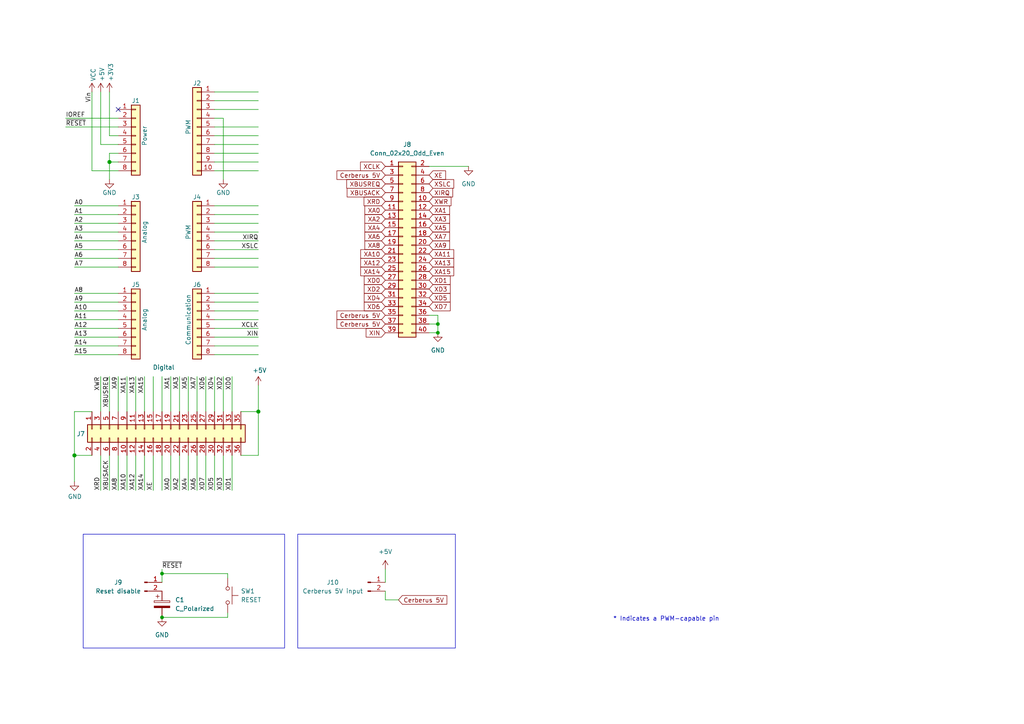
<source format=kicad_sch>
(kicad_sch (version 20230121) (generator eeschema)

  (uuid e63e39d7-6ac0-4ffd-8aa3-1841a4541b55)

  (paper "A4")

  (title_block
    (date "mar. 31 mars 2015")
  )

  (lib_symbols
    (symbol "+5V_2" (power) (pin_names (offset 0)) (in_bom yes) (on_board yes)
      (property "Reference" "#PWR" (at 0 -3.81 0)
        (effects (font (size 1.27 1.27)) hide)
      )
      (property "Value" "+5V_2" (at 0 3.556 0)
        (effects (font (size 1.27 1.27)))
      )
      (property "Footprint" "" (at 0 0 0)
        (effects (font (size 1.27 1.27)) hide)
      )
      (property "Datasheet" "" (at 0 0 0)
        (effects (font (size 1.27 1.27)) hide)
      )
      (property "ki_keywords" "global power" (at 0 0 0)
        (effects (font (size 1.27 1.27)) hide)
      )
      (property "ki_description" "Power symbol creates a global label with name \"+5V\"" (at 0 0 0)
        (effects (font (size 1.27 1.27)) hide)
      )
      (symbol "+5V_2_0_1"
        (polyline
          (pts
            (xy -0.762 1.27)
            (xy 0 2.54)
          )
          (stroke (width 0) (type default))
          (fill (type none))
        )
        (polyline
          (pts
            (xy 0 0)
            (xy 0 2.54)
          )
          (stroke (width 0) (type default))
          (fill (type none))
        )
        (polyline
          (pts
            (xy 0 2.54)
            (xy 0.762 1.27)
          )
          (stroke (width 0) (type default))
          (fill (type none))
        )
      )
      (symbol "+5V_2_1_1"
        (pin power_in line (at 0 0 90) (length 0) hide
          (name "+5V" (effects (font (size 1.27 1.27))))
          (number "1" (effects (font (size 1.27 1.27))))
        )
      )
    )
    (symbol "Connector:Conn_01x02_Pin" (pin_names (offset 1.016) hide) (in_bom yes) (on_board yes)
      (property "Reference" "J" (at 0 2.54 0)
        (effects (font (size 1.27 1.27)))
      )
      (property "Value" "Conn_01x02_Pin" (at 0 -5.08 0)
        (effects (font (size 1.27 1.27)))
      )
      (property "Footprint" "" (at 0 0 0)
        (effects (font (size 1.27 1.27)) hide)
      )
      (property "Datasheet" "~" (at 0 0 0)
        (effects (font (size 1.27 1.27)) hide)
      )
      (property "ki_locked" "" (at 0 0 0)
        (effects (font (size 1.27 1.27)))
      )
      (property "ki_keywords" "connector" (at 0 0 0)
        (effects (font (size 1.27 1.27)) hide)
      )
      (property "ki_description" "Generic connector, single row, 01x02, script generated" (at 0 0 0)
        (effects (font (size 1.27 1.27)) hide)
      )
      (property "ki_fp_filters" "Connector*:*_1x??_*" (at 0 0 0)
        (effects (font (size 1.27 1.27)) hide)
      )
      (symbol "Conn_01x02_Pin_1_1"
        (polyline
          (pts
            (xy 1.27 -2.54)
            (xy 0.8636 -2.54)
          )
          (stroke (width 0.1524) (type default))
          (fill (type none))
        )
        (polyline
          (pts
            (xy 1.27 0)
            (xy 0.8636 0)
          )
          (stroke (width 0.1524) (type default))
          (fill (type none))
        )
        (rectangle (start 0.8636 -2.413) (end 0 -2.667)
          (stroke (width 0.1524) (type default))
          (fill (type outline))
        )
        (rectangle (start 0.8636 0.127) (end 0 -0.127)
          (stroke (width 0.1524) (type default))
          (fill (type outline))
        )
        (pin passive line (at 5.08 0 180) (length 3.81)
          (name "Pin_1" (effects (font (size 1.27 1.27))))
          (number "1" (effects (font (size 1.27 1.27))))
        )
        (pin passive line (at 5.08 -2.54 180) (length 3.81)
          (name "Pin_2" (effects (font (size 1.27 1.27))))
          (number "2" (effects (font (size 1.27 1.27))))
        )
      )
    )
    (symbol "Connector_Generic:Conn_01x08" (pin_names (offset 1.016) hide) (in_bom yes) (on_board yes)
      (property "Reference" "J" (at 0 10.16 0)
        (effects (font (size 1.27 1.27)))
      )
      (property "Value" "Conn_01x08" (at 0 -12.7 0)
        (effects (font (size 1.27 1.27)))
      )
      (property "Footprint" "" (at 0 0 0)
        (effects (font (size 1.27 1.27)) hide)
      )
      (property "Datasheet" "~" (at 0 0 0)
        (effects (font (size 1.27 1.27)) hide)
      )
      (property "ki_keywords" "connector" (at 0 0 0)
        (effects (font (size 1.27 1.27)) hide)
      )
      (property "ki_description" "Generic connector, single row, 01x08, script generated (kicad-library-utils/schlib/autogen/connector/)" (at 0 0 0)
        (effects (font (size 1.27 1.27)) hide)
      )
      (property "ki_fp_filters" "Connector*:*_1x??_*" (at 0 0 0)
        (effects (font (size 1.27 1.27)) hide)
      )
      (symbol "Conn_01x08_1_1"
        (rectangle (start -1.27 -10.033) (end 0 -10.287)
          (stroke (width 0.1524) (type default))
          (fill (type none))
        )
        (rectangle (start -1.27 -7.493) (end 0 -7.747)
          (stroke (width 0.1524) (type default))
          (fill (type none))
        )
        (rectangle (start -1.27 -4.953) (end 0 -5.207)
          (stroke (width 0.1524) (type default))
          (fill (type none))
        )
        (rectangle (start -1.27 -2.413) (end 0 -2.667)
          (stroke (width 0.1524) (type default))
          (fill (type none))
        )
        (rectangle (start -1.27 0.127) (end 0 -0.127)
          (stroke (width 0.1524) (type default))
          (fill (type none))
        )
        (rectangle (start -1.27 2.667) (end 0 2.413)
          (stroke (width 0.1524) (type default))
          (fill (type none))
        )
        (rectangle (start -1.27 5.207) (end 0 4.953)
          (stroke (width 0.1524) (type default))
          (fill (type none))
        )
        (rectangle (start -1.27 7.747) (end 0 7.493)
          (stroke (width 0.1524) (type default))
          (fill (type none))
        )
        (rectangle (start -1.27 8.89) (end 1.27 -11.43)
          (stroke (width 0.254) (type default))
          (fill (type background))
        )
        (pin passive line (at -5.08 7.62 0) (length 3.81)
          (name "Pin_1" (effects (font (size 1.27 1.27))))
          (number "1" (effects (font (size 1.27 1.27))))
        )
        (pin passive line (at -5.08 5.08 0) (length 3.81)
          (name "Pin_2" (effects (font (size 1.27 1.27))))
          (number "2" (effects (font (size 1.27 1.27))))
        )
        (pin passive line (at -5.08 2.54 0) (length 3.81)
          (name "Pin_3" (effects (font (size 1.27 1.27))))
          (number "3" (effects (font (size 1.27 1.27))))
        )
        (pin passive line (at -5.08 0 0) (length 3.81)
          (name "Pin_4" (effects (font (size 1.27 1.27))))
          (number "4" (effects (font (size 1.27 1.27))))
        )
        (pin passive line (at -5.08 -2.54 0) (length 3.81)
          (name "Pin_5" (effects (font (size 1.27 1.27))))
          (number "5" (effects (font (size 1.27 1.27))))
        )
        (pin passive line (at -5.08 -5.08 0) (length 3.81)
          (name "Pin_6" (effects (font (size 1.27 1.27))))
          (number "6" (effects (font (size 1.27 1.27))))
        )
        (pin passive line (at -5.08 -7.62 0) (length 3.81)
          (name "Pin_7" (effects (font (size 1.27 1.27))))
          (number "7" (effects (font (size 1.27 1.27))))
        )
        (pin passive line (at -5.08 -10.16 0) (length 3.81)
          (name "Pin_8" (effects (font (size 1.27 1.27))))
          (number "8" (effects (font (size 1.27 1.27))))
        )
      )
    )
    (symbol "Connector_Generic:Conn_01x10" (pin_names (offset 1.016) hide) (in_bom yes) (on_board yes)
      (property "Reference" "J" (at 0 12.7 0)
        (effects (font (size 1.27 1.27)))
      )
      (property "Value" "Conn_01x10" (at 0 -15.24 0)
        (effects (font (size 1.27 1.27)))
      )
      (property "Footprint" "" (at 0 0 0)
        (effects (font (size 1.27 1.27)) hide)
      )
      (property "Datasheet" "~" (at 0 0 0)
        (effects (font (size 1.27 1.27)) hide)
      )
      (property "ki_keywords" "connector" (at 0 0 0)
        (effects (font (size 1.27 1.27)) hide)
      )
      (property "ki_description" "Generic connector, single row, 01x10, script generated (kicad-library-utils/schlib/autogen/connector/)" (at 0 0 0)
        (effects (font (size 1.27 1.27)) hide)
      )
      (property "ki_fp_filters" "Connector*:*_1x??_*" (at 0 0 0)
        (effects (font (size 1.27 1.27)) hide)
      )
      (symbol "Conn_01x10_1_1"
        (rectangle (start -1.27 -12.573) (end 0 -12.827)
          (stroke (width 0.1524) (type default))
          (fill (type none))
        )
        (rectangle (start -1.27 -10.033) (end 0 -10.287)
          (stroke (width 0.1524) (type default))
          (fill (type none))
        )
        (rectangle (start -1.27 -7.493) (end 0 -7.747)
          (stroke (width 0.1524) (type default))
          (fill (type none))
        )
        (rectangle (start -1.27 -4.953) (end 0 -5.207)
          (stroke (width 0.1524) (type default))
          (fill (type none))
        )
        (rectangle (start -1.27 -2.413) (end 0 -2.667)
          (stroke (width 0.1524) (type default))
          (fill (type none))
        )
        (rectangle (start -1.27 0.127) (end 0 -0.127)
          (stroke (width 0.1524) (type default))
          (fill (type none))
        )
        (rectangle (start -1.27 2.667) (end 0 2.413)
          (stroke (width 0.1524) (type default))
          (fill (type none))
        )
        (rectangle (start -1.27 5.207) (end 0 4.953)
          (stroke (width 0.1524) (type default))
          (fill (type none))
        )
        (rectangle (start -1.27 7.747) (end 0 7.493)
          (stroke (width 0.1524) (type default))
          (fill (type none))
        )
        (rectangle (start -1.27 10.287) (end 0 10.033)
          (stroke (width 0.1524) (type default))
          (fill (type none))
        )
        (rectangle (start -1.27 11.43) (end 1.27 -13.97)
          (stroke (width 0.254) (type default))
          (fill (type background))
        )
        (pin passive line (at -5.08 10.16 0) (length 3.81)
          (name "Pin_1" (effects (font (size 1.27 1.27))))
          (number "1" (effects (font (size 1.27 1.27))))
        )
        (pin passive line (at -5.08 -12.7 0) (length 3.81)
          (name "Pin_10" (effects (font (size 1.27 1.27))))
          (number "10" (effects (font (size 1.27 1.27))))
        )
        (pin passive line (at -5.08 7.62 0) (length 3.81)
          (name "Pin_2" (effects (font (size 1.27 1.27))))
          (number "2" (effects (font (size 1.27 1.27))))
        )
        (pin passive line (at -5.08 5.08 0) (length 3.81)
          (name "Pin_3" (effects (font (size 1.27 1.27))))
          (number "3" (effects (font (size 1.27 1.27))))
        )
        (pin passive line (at -5.08 2.54 0) (length 3.81)
          (name "Pin_4" (effects (font (size 1.27 1.27))))
          (number "4" (effects (font (size 1.27 1.27))))
        )
        (pin passive line (at -5.08 0 0) (length 3.81)
          (name "Pin_5" (effects (font (size 1.27 1.27))))
          (number "5" (effects (font (size 1.27 1.27))))
        )
        (pin passive line (at -5.08 -2.54 0) (length 3.81)
          (name "Pin_6" (effects (font (size 1.27 1.27))))
          (number "6" (effects (font (size 1.27 1.27))))
        )
        (pin passive line (at -5.08 -5.08 0) (length 3.81)
          (name "Pin_7" (effects (font (size 1.27 1.27))))
          (number "7" (effects (font (size 1.27 1.27))))
        )
        (pin passive line (at -5.08 -7.62 0) (length 3.81)
          (name "Pin_8" (effects (font (size 1.27 1.27))))
          (number "8" (effects (font (size 1.27 1.27))))
        )
        (pin passive line (at -5.08 -10.16 0) (length 3.81)
          (name "Pin_9" (effects (font (size 1.27 1.27))))
          (number "9" (effects (font (size 1.27 1.27))))
        )
      )
    )
    (symbol "Connector_Generic:Conn_02x18_Odd_Even" (pin_names (offset 1.016) hide) (in_bom yes) (on_board yes)
      (property "Reference" "J" (at 1.27 22.86 0)
        (effects (font (size 1.27 1.27)))
      )
      (property "Value" "Conn_02x18_Odd_Even" (at 1.27 -25.4 0)
        (effects (font (size 1.27 1.27)))
      )
      (property "Footprint" "" (at 0 0 0)
        (effects (font (size 1.27 1.27)) hide)
      )
      (property "Datasheet" "~" (at 0 0 0)
        (effects (font (size 1.27 1.27)) hide)
      )
      (property "ki_keywords" "connector" (at 0 0 0)
        (effects (font (size 1.27 1.27)) hide)
      )
      (property "ki_description" "Generic connector, double row, 02x18, odd/even pin numbering scheme (row 1 odd numbers, row 2 even numbers), script generated (kicad-library-utils/schlib/autogen/connector/)" (at 0 0 0)
        (effects (font (size 1.27 1.27)) hide)
      )
      (property "ki_fp_filters" "Connector*:*_2x??_*" (at 0 0 0)
        (effects (font (size 1.27 1.27)) hide)
      )
      (symbol "Conn_02x18_Odd_Even_1_1"
        (rectangle (start -1.27 -22.733) (end 0 -22.987)
          (stroke (width 0.1524) (type default))
          (fill (type none))
        )
        (rectangle (start -1.27 -20.193) (end 0 -20.447)
          (stroke (width 0.1524) (type default))
          (fill (type none))
        )
        (rectangle (start -1.27 -17.653) (end 0 -17.907)
          (stroke (width 0.1524) (type default))
          (fill (type none))
        )
        (rectangle (start -1.27 -15.113) (end 0 -15.367)
          (stroke (width 0.1524) (type default))
          (fill (type none))
        )
        (rectangle (start -1.27 -12.573) (end 0 -12.827)
          (stroke (width 0.1524) (type default))
          (fill (type none))
        )
        (rectangle (start -1.27 -10.033) (end 0 -10.287)
          (stroke (width 0.1524) (type default))
          (fill (type none))
        )
        (rectangle (start -1.27 -7.493) (end 0 -7.747)
          (stroke (width 0.1524) (type default))
          (fill (type none))
        )
        (rectangle (start -1.27 -4.953) (end 0 -5.207)
          (stroke (width 0.1524) (type default))
          (fill (type none))
        )
        (rectangle (start -1.27 -2.413) (end 0 -2.667)
          (stroke (width 0.1524) (type default))
          (fill (type none))
        )
        (rectangle (start -1.27 0.127) (end 0 -0.127)
          (stroke (width 0.1524) (type default))
          (fill (type none))
        )
        (rectangle (start -1.27 2.667) (end 0 2.413)
          (stroke (width 0.1524) (type default))
          (fill (type none))
        )
        (rectangle (start -1.27 5.207) (end 0 4.953)
          (stroke (width 0.1524) (type default))
          (fill (type none))
        )
        (rectangle (start -1.27 7.747) (end 0 7.493)
          (stroke (width 0.1524) (type default))
          (fill (type none))
        )
        (rectangle (start -1.27 10.287) (end 0 10.033)
          (stroke (width 0.1524) (type default))
          (fill (type none))
        )
        (rectangle (start -1.27 12.827) (end 0 12.573)
          (stroke (width 0.1524) (type default))
          (fill (type none))
        )
        (rectangle (start -1.27 15.367) (end 0 15.113)
          (stroke (width 0.1524) (type default))
          (fill (type none))
        )
        (rectangle (start -1.27 17.907) (end 0 17.653)
          (stroke (width 0.1524) (type default))
          (fill (type none))
        )
        (rectangle (start -1.27 20.447) (end 0 20.193)
          (stroke (width 0.1524) (type default))
          (fill (type none))
        )
        (rectangle (start -1.27 21.59) (end 3.81 -24.13)
          (stroke (width 0.254) (type default))
          (fill (type background))
        )
        (rectangle (start 3.81 -22.733) (end 2.54 -22.987)
          (stroke (width 0.1524) (type default))
          (fill (type none))
        )
        (rectangle (start 3.81 -20.193) (end 2.54 -20.447)
          (stroke (width 0.1524) (type default))
          (fill (type none))
        )
        (rectangle (start 3.81 -17.653) (end 2.54 -17.907)
          (stroke (width 0.1524) (type default))
          (fill (type none))
        )
        (rectangle (start 3.81 -15.113) (end 2.54 -15.367)
          (stroke (width 0.1524) (type default))
          (fill (type none))
        )
        (rectangle (start 3.81 -12.573) (end 2.54 -12.827)
          (stroke (width 0.1524) (type default))
          (fill (type none))
        )
        (rectangle (start 3.81 -10.033) (end 2.54 -10.287)
          (stroke (width 0.1524) (type default))
          (fill (type none))
        )
        (rectangle (start 3.81 -7.493) (end 2.54 -7.747)
          (stroke (width 0.1524) (type default))
          (fill (type none))
        )
        (rectangle (start 3.81 -4.953) (end 2.54 -5.207)
          (stroke (width 0.1524) (type default))
          (fill (type none))
        )
        (rectangle (start 3.81 -2.413) (end 2.54 -2.667)
          (stroke (width 0.1524) (type default))
          (fill (type none))
        )
        (rectangle (start 3.81 0.127) (end 2.54 -0.127)
          (stroke (width 0.1524) (type default))
          (fill (type none))
        )
        (rectangle (start 3.81 2.667) (end 2.54 2.413)
          (stroke (width 0.1524) (type default))
          (fill (type none))
        )
        (rectangle (start 3.81 5.207) (end 2.54 4.953)
          (stroke (width 0.1524) (type default))
          (fill (type none))
        )
        (rectangle (start 3.81 7.747) (end 2.54 7.493)
          (stroke (width 0.1524) (type default))
          (fill (type none))
        )
        (rectangle (start 3.81 10.287) (end 2.54 10.033)
          (stroke (width 0.1524) (type default))
          (fill (type none))
        )
        (rectangle (start 3.81 12.827) (end 2.54 12.573)
          (stroke (width 0.1524) (type default))
          (fill (type none))
        )
        (rectangle (start 3.81 15.367) (end 2.54 15.113)
          (stroke (width 0.1524) (type default))
          (fill (type none))
        )
        (rectangle (start 3.81 17.907) (end 2.54 17.653)
          (stroke (width 0.1524) (type default))
          (fill (type none))
        )
        (rectangle (start 3.81 20.447) (end 2.54 20.193)
          (stroke (width 0.1524) (type default))
          (fill (type none))
        )
        (pin passive line (at -5.08 20.32 0) (length 3.81)
          (name "Pin_1" (effects (font (size 1.27 1.27))))
          (number "1" (effects (font (size 1.27 1.27))))
        )
        (pin passive line (at 7.62 10.16 180) (length 3.81)
          (name "Pin_10" (effects (font (size 1.27 1.27))))
          (number "10" (effects (font (size 1.27 1.27))))
        )
        (pin passive line (at -5.08 7.62 0) (length 3.81)
          (name "Pin_11" (effects (font (size 1.27 1.27))))
          (number "11" (effects (font (size 1.27 1.27))))
        )
        (pin passive line (at 7.62 7.62 180) (length 3.81)
          (name "Pin_12" (effects (font (size 1.27 1.27))))
          (number "12" (effects (font (size 1.27 1.27))))
        )
        (pin passive line (at -5.08 5.08 0) (length 3.81)
          (name "Pin_13" (effects (font (size 1.27 1.27))))
          (number "13" (effects (font (size 1.27 1.27))))
        )
        (pin passive line (at 7.62 5.08 180) (length 3.81)
          (name "Pin_14" (effects (font (size 1.27 1.27))))
          (number "14" (effects (font (size 1.27 1.27))))
        )
        (pin passive line (at -5.08 2.54 0) (length 3.81)
          (name "Pin_15" (effects (font (size 1.27 1.27))))
          (number "15" (effects (font (size 1.27 1.27))))
        )
        (pin passive line (at 7.62 2.54 180) (length 3.81)
          (name "Pin_16" (effects (font (size 1.27 1.27))))
          (number "16" (effects (font (size 1.27 1.27))))
        )
        (pin passive line (at -5.08 0 0) (length 3.81)
          (name "Pin_17" (effects (font (size 1.27 1.27))))
          (number "17" (effects (font (size 1.27 1.27))))
        )
        (pin passive line (at 7.62 0 180) (length 3.81)
          (name "Pin_18" (effects (font (size 1.27 1.27))))
          (number "18" (effects (font (size 1.27 1.27))))
        )
        (pin passive line (at -5.08 -2.54 0) (length 3.81)
          (name "Pin_19" (effects (font (size 1.27 1.27))))
          (number "19" (effects (font (size 1.27 1.27))))
        )
        (pin passive line (at 7.62 20.32 180) (length 3.81)
          (name "Pin_2" (effects (font (size 1.27 1.27))))
          (number "2" (effects (font (size 1.27 1.27))))
        )
        (pin passive line (at 7.62 -2.54 180) (length 3.81)
          (name "Pin_20" (effects (font (size 1.27 1.27))))
          (number "20" (effects (font (size 1.27 1.27))))
        )
        (pin passive line (at -5.08 -5.08 0) (length 3.81)
          (name "Pin_21" (effects (font (size 1.27 1.27))))
          (number "21" (effects (font (size 1.27 1.27))))
        )
        (pin passive line (at 7.62 -5.08 180) (length 3.81)
          (name "Pin_22" (effects (font (size 1.27 1.27))))
          (number "22" (effects (font (size 1.27 1.27))))
        )
        (pin passive line (at -5.08 -7.62 0) (length 3.81)
          (name "Pin_23" (effects (font (size 1.27 1.27))))
          (number "23" (effects (font (size 1.27 1.27))))
        )
        (pin passive line (at 7.62 -7.62 180) (length 3.81)
          (name "Pin_24" (effects (font (size 1.27 1.27))))
          (number "24" (effects (font (size 1.27 1.27))))
        )
        (pin passive line (at -5.08 -10.16 0) (length 3.81)
          (name "Pin_25" (effects (font (size 1.27 1.27))))
          (number "25" (effects (font (size 1.27 1.27))))
        )
        (pin passive line (at 7.62 -10.16 180) (length 3.81)
          (name "Pin_26" (effects (font (size 1.27 1.27))))
          (number "26" (effects (font (size 1.27 1.27))))
        )
        (pin passive line (at -5.08 -12.7 0) (length 3.81)
          (name "Pin_27" (effects (font (size 1.27 1.27))))
          (number "27" (effects (font (size 1.27 1.27))))
        )
        (pin passive line (at 7.62 -12.7 180) (length 3.81)
          (name "Pin_28" (effects (font (size 1.27 1.27))))
          (number "28" (effects (font (size 1.27 1.27))))
        )
        (pin passive line (at -5.08 -15.24 0) (length 3.81)
          (name "Pin_29" (effects (font (size 1.27 1.27))))
          (number "29" (effects (font (size 1.27 1.27))))
        )
        (pin passive line (at -5.08 17.78 0) (length 3.81)
          (name "Pin_3" (effects (font (size 1.27 1.27))))
          (number "3" (effects (font (size 1.27 1.27))))
        )
        (pin passive line (at 7.62 -15.24 180) (length 3.81)
          (name "Pin_30" (effects (font (size 1.27 1.27))))
          (number "30" (effects (font (size 1.27 1.27))))
        )
        (pin passive line (at -5.08 -17.78 0) (length 3.81)
          (name "Pin_31" (effects (font (size 1.27 1.27))))
          (number "31" (effects (font (size 1.27 1.27))))
        )
        (pin passive line (at 7.62 -17.78 180) (length 3.81)
          (name "Pin_32" (effects (font (size 1.27 1.27))))
          (number "32" (effects (font (size 1.27 1.27))))
        )
        (pin passive line (at -5.08 -20.32 0) (length 3.81)
          (name "Pin_33" (effects (font (size 1.27 1.27))))
          (number "33" (effects (font (size 1.27 1.27))))
        )
        (pin passive line (at 7.62 -20.32 180) (length 3.81)
          (name "Pin_34" (effects (font (size 1.27 1.27))))
          (number "34" (effects (font (size 1.27 1.27))))
        )
        (pin passive line (at -5.08 -22.86 0) (length 3.81)
          (name "Pin_35" (effects (font (size 1.27 1.27))))
          (number "35" (effects (font (size 1.27 1.27))))
        )
        (pin passive line (at 7.62 -22.86 180) (length 3.81)
          (name "Pin_36" (effects (font (size 1.27 1.27))))
          (number "36" (effects (font (size 1.27 1.27))))
        )
        (pin passive line (at 7.62 17.78 180) (length 3.81)
          (name "Pin_4" (effects (font (size 1.27 1.27))))
          (number "4" (effects (font (size 1.27 1.27))))
        )
        (pin passive line (at -5.08 15.24 0) (length 3.81)
          (name "Pin_5" (effects (font (size 1.27 1.27))))
          (number "5" (effects (font (size 1.27 1.27))))
        )
        (pin passive line (at 7.62 15.24 180) (length 3.81)
          (name "Pin_6" (effects (font (size 1.27 1.27))))
          (number "6" (effects (font (size 1.27 1.27))))
        )
        (pin passive line (at -5.08 12.7 0) (length 3.81)
          (name "Pin_7" (effects (font (size 1.27 1.27))))
          (number "7" (effects (font (size 1.27 1.27))))
        )
        (pin passive line (at 7.62 12.7 180) (length 3.81)
          (name "Pin_8" (effects (font (size 1.27 1.27))))
          (number "8" (effects (font (size 1.27 1.27))))
        )
        (pin passive line (at -5.08 10.16 0) (length 3.81)
          (name "Pin_9" (effects (font (size 1.27 1.27))))
          (number "9" (effects (font (size 1.27 1.27))))
        )
      )
    )
    (symbol "Connector_Generic:Conn_02x20_Odd_Even" (pin_names (offset 1.016) hide) (in_bom yes) (on_board yes)
      (property "Reference" "J" (at 1.27 25.4 0)
        (effects (font (size 1.27 1.27)))
      )
      (property "Value" "Conn_02x20_Odd_Even" (at 1.27 -27.94 0)
        (effects (font (size 1.27 1.27)))
      )
      (property "Footprint" "" (at 0 0 0)
        (effects (font (size 1.27 1.27)) hide)
      )
      (property "Datasheet" "~" (at 0 0 0)
        (effects (font (size 1.27 1.27)) hide)
      )
      (property "ki_keywords" "connector" (at 0 0 0)
        (effects (font (size 1.27 1.27)) hide)
      )
      (property "ki_description" "Generic connector, double row, 02x20, odd/even pin numbering scheme (row 1 odd numbers, row 2 even numbers), script generated (kicad-library-utils/schlib/autogen/connector/)" (at 0 0 0)
        (effects (font (size 1.27 1.27)) hide)
      )
      (property "ki_fp_filters" "Connector*:*_2x??_*" (at 0 0 0)
        (effects (font (size 1.27 1.27)) hide)
      )
      (symbol "Conn_02x20_Odd_Even_1_1"
        (rectangle (start -1.27 -25.273) (end 0 -25.527)
          (stroke (width 0.1524) (type default))
          (fill (type none))
        )
        (rectangle (start -1.27 -22.733) (end 0 -22.987)
          (stroke (width 0.1524) (type default))
          (fill (type none))
        )
        (rectangle (start -1.27 -20.193) (end 0 -20.447)
          (stroke (width 0.1524) (type default))
          (fill (type none))
        )
        (rectangle (start -1.27 -17.653) (end 0 -17.907)
          (stroke (width 0.1524) (type default))
          (fill (type none))
        )
        (rectangle (start -1.27 -15.113) (end 0 -15.367)
          (stroke (width 0.1524) (type default))
          (fill (type none))
        )
        (rectangle (start -1.27 -12.573) (end 0 -12.827)
          (stroke (width 0.1524) (type default))
          (fill (type none))
        )
        (rectangle (start -1.27 -10.033) (end 0 -10.287)
          (stroke (width 0.1524) (type default))
          (fill (type none))
        )
        (rectangle (start -1.27 -7.493) (end 0 -7.747)
          (stroke (width 0.1524) (type default))
          (fill (type none))
        )
        (rectangle (start -1.27 -4.953) (end 0 -5.207)
          (stroke (width 0.1524) (type default))
          (fill (type none))
        )
        (rectangle (start -1.27 -2.413) (end 0 -2.667)
          (stroke (width 0.1524) (type default))
          (fill (type none))
        )
        (rectangle (start -1.27 0.127) (end 0 -0.127)
          (stroke (width 0.1524) (type default))
          (fill (type none))
        )
        (rectangle (start -1.27 2.667) (end 0 2.413)
          (stroke (width 0.1524) (type default))
          (fill (type none))
        )
        (rectangle (start -1.27 5.207) (end 0 4.953)
          (stroke (width 0.1524) (type default))
          (fill (type none))
        )
        (rectangle (start -1.27 7.747) (end 0 7.493)
          (stroke (width 0.1524) (type default))
          (fill (type none))
        )
        (rectangle (start -1.27 10.287) (end 0 10.033)
          (stroke (width 0.1524) (type default))
          (fill (type none))
        )
        (rectangle (start -1.27 12.827) (end 0 12.573)
          (stroke (width 0.1524) (type default))
          (fill (type none))
        )
        (rectangle (start -1.27 15.367) (end 0 15.113)
          (stroke (width 0.1524) (type default))
          (fill (type none))
        )
        (rectangle (start -1.27 17.907) (end 0 17.653)
          (stroke (width 0.1524) (type default))
          (fill (type none))
        )
        (rectangle (start -1.27 20.447) (end 0 20.193)
          (stroke (width 0.1524) (type default))
          (fill (type none))
        )
        (rectangle (start -1.27 22.987) (end 0 22.733)
          (stroke (width 0.1524) (type default))
          (fill (type none))
        )
        (rectangle (start -1.27 24.13) (end 3.81 -26.67)
          (stroke (width 0.254) (type default))
          (fill (type background))
        )
        (rectangle (start 3.81 -25.273) (end 2.54 -25.527)
          (stroke (width 0.1524) (type default))
          (fill (type none))
        )
        (rectangle (start 3.81 -22.733) (end 2.54 -22.987)
          (stroke (width 0.1524) (type default))
          (fill (type none))
        )
        (rectangle (start 3.81 -20.193) (end 2.54 -20.447)
          (stroke (width 0.1524) (type default))
          (fill (type none))
        )
        (rectangle (start 3.81 -17.653) (end 2.54 -17.907)
          (stroke (width 0.1524) (type default))
          (fill (type none))
        )
        (rectangle (start 3.81 -15.113) (end 2.54 -15.367)
          (stroke (width 0.1524) (type default))
          (fill (type none))
        )
        (rectangle (start 3.81 -12.573) (end 2.54 -12.827)
          (stroke (width 0.1524) (type default))
          (fill (type none))
        )
        (rectangle (start 3.81 -10.033) (end 2.54 -10.287)
          (stroke (width 0.1524) (type default))
          (fill (type none))
        )
        (rectangle (start 3.81 -7.493) (end 2.54 -7.747)
          (stroke (width 0.1524) (type default))
          (fill (type none))
        )
        (rectangle (start 3.81 -4.953) (end 2.54 -5.207)
          (stroke (width 0.1524) (type default))
          (fill (type none))
        )
        (rectangle (start 3.81 -2.413) (end 2.54 -2.667)
          (stroke (width 0.1524) (type default))
          (fill (type none))
        )
        (rectangle (start 3.81 0.127) (end 2.54 -0.127)
          (stroke (width 0.1524) (type default))
          (fill (type none))
        )
        (rectangle (start 3.81 2.667) (end 2.54 2.413)
          (stroke (width 0.1524) (type default))
          (fill (type none))
        )
        (rectangle (start 3.81 5.207) (end 2.54 4.953)
          (stroke (width 0.1524) (type default))
          (fill (type none))
        )
        (rectangle (start 3.81 7.747) (end 2.54 7.493)
          (stroke (width 0.1524) (type default))
          (fill (type none))
        )
        (rectangle (start 3.81 10.287) (end 2.54 10.033)
          (stroke (width 0.1524) (type default))
          (fill (type none))
        )
        (rectangle (start 3.81 12.827) (end 2.54 12.573)
          (stroke (width 0.1524) (type default))
          (fill (type none))
        )
        (rectangle (start 3.81 15.367) (end 2.54 15.113)
          (stroke (width 0.1524) (type default))
          (fill (type none))
        )
        (rectangle (start 3.81 17.907) (end 2.54 17.653)
          (stroke (width 0.1524) (type default))
          (fill (type none))
        )
        (rectangle (start 3.81 20.447) (end 2.54 20.193)
          (stroke (width 0.1524) (type default))
          (fill (type none))
        )
        (rectangle (start 3.81 22.987) (end 2.54 22.733)
          (stroke (width 0.1524) (type default))
          (fill (type none))
        )
        (pin passive line (at -5.08 22.86 0) (length 3.81)
          (name "Pin_1" (effects (font (size 1.27 1.27))))
          (number "1" (effects (font (size 1.27 1.27))))
        )
        (pin passive line (at 7.62 12.7 180) (length 3.81)
          (name "Pin_10" (effects (font (size 1.27 1.27))))
          (number "10" (effects (font (size 1.27 1.27))))
        )
        (pin passive line (at -5.08 10.16 0) (length 3.81)
          (name "Pin_11" (effects (font (size 1.27 1.27))))
          (number "11" (effects (font (size 1.27 1.27))))
        )
        (pin passive line (at 7.62 10.16 180) (length 3.81)
          (name "Pin_12" (effects (font (size 1.27 1.27))))
          (number "12" (effects (font (size 1.27 1.27))))
        )
        (pin passive line (at -5.08 7.62 0) (length 3.81)
          (name "Pin_13" (effects (font (size 1.27 1.27))))
          (number "13" (effects (font (size 1.27 1.27))))
        )
        (pin passive line (at 7.62 7.62 180) (length 3.81)
          (name "Pin_14" (effects (font (size 1.27 1.27))))
          (number "14" (effects (font (size 1.27 1.27))))
        )
        (pin passive line (at -5.08 5.08 0) (length 3.81)
          (name "Pin_15" (effects (font (size 1.27 1.27))))
          (number "15" (effects (font (size 1.27 1.27))))
        )
        (pin passive line (at 7.62 5.08 180) (length 3.81)
          (name "Pin_16" (effects (font (size 1.27 1.27))))
          (number "16" (effects (font (size 1.27 1.27))))
        )
        (pin passive line (at -5.08 2.54 0) (length 3.81)
          (name "Pin_17" (effects (font (size 1.27 1.27))))
          (number "17" (effects (font (size 1.27 1.27))))
        )
        (pin passive line (at 7.62 2.54 180) (length 3.81)
          (name "Pin_18" (effects (font (size 1.27 1.27))))
          (number "18" (effects (font (size 1.27 1.27))))
        )
        (pin passive line (at -5.08 0 0) (length 3.81)
          (name "Pin_19" (effects (font (size 1.27 1.27))))
          (number "19" (effects (font (size 1.27 1.27))))
        )
        (pin passive line (at 7.62 22.86 180) (length 3.81)
          (name "Pin_2" (effects (font (size 1.27 1.27))))
          (number "2" (effects (font (size 1.27 1.27))))
        )
        (pin passive line (at 7.62 0 180) (length 3.81)
          (name "Pin_20" (effects (font (size 1.27 1.27))))
          (number "20" (effects (font (size 1.27 1.27))))
        )
        (pin passive line (at -5.08 -2.54 0) (length 3.81)
          (name "Pin_21" (effects (font (size 1.27 1.27))))
          (number "21" (effects (font (size 1.27 1.27))))
        )
        (pin passive line (at 7.62 -2.54 180) (length 3.81)
          (name "Pin_22" (effects (font (size 1.27 1.27))))
          (number "22" (effects (font (size 1.27 1.27))))
        )
        (pin passive line (at -5.08 -5.08 0) (length 3.81)
          (name "Pin_23" (effects (font (size 1.27 1.27))))
          (number "23" (effects (font (size 1.27 1.27))))
        )
        (pin passive line (at 7.62 -5.08 180) (length 3.81)
          (name "Pin_24" (effects (font (size 1.27 1.27))))
          (number "24" (effects (font (size 1.27 1.27))))
        )
        (pin passive line (at -5.08 -7.62 0) (length 3.81)
          (name "Pin_25" (effects (font (size 1.27 1.27))))
          (number "25" (effects (font (size 1.27 1.27))))
        )
        (pin passive line (at 7.62 -7.62 180) (length 3.81)
          (name "Pin_26" (effects (font (size 1.27 1.27))))
          (number "26" (effects (font (size 1.27 1.27))))
        )
        (pin passive line (at -5.08 -10.16 0) (length 3.81)
          (name "Pin_27" (effects (font (size 1.27 1.27))))
          (number "27" (effects (font (size 1.27 1.27))))
        )
        (pin passive line (at 7.62 -10.16 180) (length 3.81)
          (name "Pin_28" (effects (font (size 1.27 1.27))))
          (number "28" (effects (font (size 1.27 1.27))))
        )
        (pin passive line (at -5.08 -12.7 0) (length 3.81)
          (name "Pin_29" (effects (font (size 1.27 1.27))))
          (number "29" (effects (font (size 1.27 1.27))))
        )
        (pin passive line (at -5.08 20.32 0) (length 3.81)
          (name "Pin_3" (effects (font (size 1.27 1.27))))
          (number "3" (effects (font (size 1.27 1.27))))
        )
        (pin passive line (at 7.62 -12.7 180) (length 3.81)
          (name "Pin_30" (effects (font (size 1.27 1.27))))
          (number "30" (effects (font (size 1.27 1.27))))
        )
        (pin passive line (at -5.08 -15.24 0) (length 3.81)
          (name "Pin_31" (effects (font (size 1.27 1.27))))
          (number "31" (effects (font (size 1.27 1.27))))
        )
        (pin passive line (at 7.62 -15.24 180) (length 3.81)
          (name "Pin_32" (effects (font (size 1.27 1.27))))
          (number "32" (effects (font (size 1.27 1.27))))
        )
        (pin passive line (at -5.08 -17.78 0) (length 3.81)
          (name "Pin_33" (effects (font (size 1.27 1.27))))
          (number "33" (effects (font (size 1.27 1.27))))
        )
        (pin passive line (at 7.62 -17.78 180) (length 3.81)
          (name "Pin_34" (effects (font (size 1.27 1.27))))
          (number "34" (effects (font (size 1.27 1.27))))
        )
        (pin passive line (at -5.08 -20.32 0) (length 3.81)
          (name "Pin_35" (effects (font (size 1.27 1.27))))
          (number "35" (effects (font (size 1.27 1.27))))
        )
        (pin passive line (at 7.62 -20.32 180) (length 3.81)
          (name "Pin_36" (effects (font (size 1.27 1.27))))
          (number "36" (effects (font (size 1.27 1.27))))
        )
        (pin passive line (at -5.08 -22.86 0) (length 3.81)
          (name "Pin_37" (effects (font (size 1.27 1.27))))
          (number "37" (effects (font (size 1.27 1.27))))
        )
        (pin passive line (at 7.62 -22.86 180) (length 3.81)
          (name "Pin_38" (effects (font (size 1.27 1.27))))
          (number "38" (effects (font (size 1.27 1.27))))
        )
        (pin passive line (at -5.08 -25.4 0) (length 3.81)
          (name "Pin_39" (effects (font (size 1.27 1.27))))
          (number "39" (effects (font (size 1.27 1.27))))
        )
        (pin passive line (at 7.62 20.32 180) (length 3.81)
          (name "Pin_4" (effects (font (size 1.27 1.27))))
          (number "4" (effects (font (size 1.27 1.27))))
        )
        (pin passive line (at 7.62 -25.4 180) (length 3.81)
          (name "Pin_40" (effects (font (size 1.27 1.27))))
          (number "40" (effects (font (size 1.27 1.27))))
        )
        (pin passive line (at -5.08 17.78 0) (length 3.81)
          (name "Pin_5" (effects (font (size 1.27 1.27))))
          (number "5" (effects (font (size 1.27 1.27))))
        )
        (pin passive line (at 7.62 17.78 180) (length 3.81)
          (name "Pin_6" (effects (font (size 1.27 1.27))))
          (number "6" (effects (font (size 1.27 1.27))))
        )
        (pin passive line (at -5.08 15.24 0) (length 3.81)
          (name "Pin_7" (effects (font (size 1.27 1.27))))
          (number "7" (effects (font (size 1.27 1.27))))
        )
        (pin passive line (at 7.62 15.24 180) (length 3.81)
          (name "Pin_8" (effects (font (size 1.27 1.27))))
          (number "8" (effects (font (size 1.27 1.27))))
        )
        (pin passive line (at -5.08 12.7 0) (length 3.81)
          (name "Pin_9" (effects (font (size 1.27 1.27))))
          (number "9" (effects (font (size 1.27 1.27))))
        )
      )
    )
    (symbol "Device:C_Polarized" (pin_numbers hide) (pin_names (offset 0.254)) (in_bom yes) (on_board yes)
      (property "Reference" "C" (at 0.635 2.54 0)
        (effects (font (size 1.27 1.27)) (justify left))
      )
      (property "Value" "C_Polarized" (at 0.635 -2.54 0)
        (effects (font (size 1.27 1.27)) (justify left))
      )
      (property "Footprint" "" (at 0.9652 -3.81 0)
        (effects (font (size 1.27 1.27)) hide)
      )
      (property "Datasheet" "~" (at 0 0 0)
        (effects (font (size 1.27 1.27)) hide)
      )
      (property "ki_keywords" "cap capacitor" (at 0 0 0)
        (effects (font (size 1.27 1.27)) hide)
      )
      (property "ki_description" "Polarized capacitor" (at 0 0 0)
        (effects (font (size 1.27 1.27)) hide)
      )
      (property "ki_fp_filters" "CP_*" (at 0 0 0)
        (effects (font (size 1.27 1.27)) hide)
      )
      (symbol "C_Polarized_0_1"
        (rectangle (start -2.286 0.508) (end 2.286 1.016)
          (stroke (width 0) (type default))
          (fill (type none))
        )
        (polyline
          (pts
            (xy -1.778 2.286)
            (xy -0.762 2.286)
          )
          (stroke (width 0) (type default))
          (fill (type none))
        )
        (polyline
          (pts
            (xy -1.27 2.794)
            (xy -1.27 1.778)
          )
          (stroke (width 0) (type default))
          (fill (type none))
        )
        (rectangle (start 2.286 -0.508) (end -2.286 -1.016)
          (stroke (width 0) (type default))
          (fill (type outline))
        )
      )
      (symbol "C_Polarized_1_1"
        (pin passive line (at 0 3.81 270) (length 2.794)
          (name "~" (effects (font (size 1.27 1.27))))
          (number "1" (effects (font (size 1.27 1.27))))
        )
        (pin passive line (at 0 -3.81 90) (length 2.794)
          (name "~" (effects (font (size 1.27 1.27))))
          (number "2" (effects (font (size 1.27 1.27))))
        )
      )
    )
    (symbol "GND_1" (power) (pin_names (offset 0)) (in_bom yes) (on_board yes)
      (property "Reference" "#PWR" (at 0 -6.35 0)
        (effects (font (size 1.27 1.27)) hide)
      )
      (property "Value" "GND_1" (at 0 -3.81 0)
        (effects (font (size 1.27 1.27)))
      )
      (property "Footprint" "" (at 0 0 0)
        (effects (font (size 1.27 1.27)) hide)
      )
      (property "Datasheet" "" (at 0 0 0)
        (effects (font (size 1.27 1.27)) hide)
      )
      (property "ki_keywords" "global power" (at 0 0 0)
        (effects (font (size 1.27 1.27)) hide)
      )
      (property "ki_description" "Power symbol creates a global label with name \"GND\" , ground" (at 0 0 0)
        (effects (font (size 1.27 1.27)) hide)
      )
      (symbol "GND_1_0_1"
        (polyline
          (pts
            (xy 0 0)
            (xy 0 -1.27)
            (xy 1.27 -1.27)
            (xy 0 -2.54)
            (xy -1.27 -1.27)
            (xy 0 -1.27)
          )
          (stroke (width 0) (type default))
          (fill (type none))
        )
      )
      (symbol "GND_1_1_1"
        (pin power_in line (at 0 0 270) (length 0) hide
          (name "GND" (effects (font (size 1.27 1.27))))
          (number "1" (effects (font (size 1.27 1.27))))
        )
      )
    )
    (symbol "GND_2" (power) (pin_names (offset 0)) (in_bom yes) (on_board yes)
      (property "Reference" "#PWR" (at 0 -6.35 0)
        (effects (font (size 1.27 1.27)) hide)
      )
      (property "Value" "GND_2" (at 0 -3.81 0)
        (effects (font (size 1.27 1.27)))
      )
      (property "Footprint" "" (at 0 0 0)
        (effects (font (size 1.27 1.27)) hide)
      )
      (property "Datasheet" "" (at 0 0 0)
        (effects (font (size 1.27 1.27)) hide)
      )
      (property "ki_keywords" "global power" (at 0 0 0)
        (effects (font (size 1.27 1.27)) hide)
      )
      (property "ki_description" "Power symbol creates a global label with name \"GND\" , ground" (at 0 0 0)
        (effects (font (size 1.27 1.27)) hide)
      )
      (symbol "GND_2_0_1"
        (polyline
          (pts
            (xy 0 0)
            (xy 0 -1.27)
            (xy 1.27 -1.27)
            (xy 0 -2.54)
            (xy -1.27 -1.27)
            (xy 0 -1.27)
          )
          (stroke (width 0) (type default))
          (fill (type none))
        )
      )
      (symbol "GND_2_1_1"
        (pin power_in line (at 0 0 270) (length 0) hide
          (name "GND" (effects (font (size 1.27 1.27))))
          (number "1" (effects (font (size 1.27 1.27))))
        )
      )
    )
    (symbol "GND_3" (power) (pin_names (offset 0)) (in_bom yes) (on_board yes)
      (property "Reference" "#PWR" (at 0 -6.35 0)
        (effects (font (size 1.27 1.27)) hide)
      )
      (property "Value" "GND_3" (at 0 -3.81 0)
        (effects (font (size 1.27 1.27)))
      )
      (property "Footprint" "" (at 0 0 0)
        (effects (font (size 1.27 1.27)) hide)
      )
      (property "Datasheet" "" (at 0 0 0)
        (effects (font (size 1.27 1.27)) hide)
      )
      (property "ki_keywords" "global power" (at 0 0 0)
        (effects (font (size 1.27 1.27)) hide)
      )
      (property "ki_description" "Power symbol creates a global label with name \"GND\" , ground" (at 0 0 0)
        (effects (font (size 1.27 1.27)) hide)
      )
      (symbol "GND_3_0_1"
        (polyline
          (pts
            (xy 0 0)
            (xy 0 -1.27)
            (xy 1.27 -1.27)
            (xy 0 -2.54)
            (xy -1.27 -1.27)
            (xy 0 -1.27)
          )
          (stroke (width 0) (type default))
          (fill (type none))
        )
      )
      (symbol "GND_3_1_1"
        (pin power_in line (at 0 0 270) (length 0) hide
          (name "GND" (effects (font (size 1.27 1.27))))
          (number "1" (effects (font (size 1.27 1.27))))
        )
      )
    )
    (symbol "Switch:SW_Push" (pin_numbers hide) (pin_names (offset 1.016) hide) (in_bom yes) (on_board yes)
      (property "Reference" "SW" (at 1.27 2.54 0)
        (effects (font (size 1.27 1.27)) (justify left))
      )
      (property "Value" "SW_Push" (at 0 -1.524 0)
        (effects (font (size 1.27 1.27)))
      )
      (property "Footprint" "" (at 0 5.08 0)
        (effects (font (size 1.27 1.27)) hide)
      )
      (property "Datasheet" "~" (at 0 5.08 0)
        (effects (font (size 1.27 1.27)) hide)
      )
      (property "ki_keywords" "switch normally-open pushbutton push-button" (at 0 0 0)
        (effects (font (size 1.27 1.27)) hide)
      )
      (property "ki_description" "Push button switch, generic, two pins" (at 0 0 0)
        (effects (font (size 1.27 1.27)) hide)
      )
      (symbol "SW_Push_0_1"
        (circle (center -2.032 0) (radius 0.508)
          (stroke (width 0) (type default))
          (fill (type none))
        )
        (polyline
          (pts
            (xy 0 1.27)
            (xy 0 3.048)
          )
          (stroke (width 0) (type default))
          (fill (type none))
        )
        (polyline
          (pts
            (xy 2.54 1.27)
            (xy -2.54 1.27)
          )
          (stroke (width 0) (type default))
          (fill (type none))
        )
        (circle (center 2.032 0) (radius 0.508)
          (stroke (width 0) (type default))
          (fill (type none))
        )
        (pin passive line (at -5.08 0 0) (length 2.54)
          (name "1" (effects (font (size 1.27 1.27))))
          (number "1" (effects (font (size 1.27 1.27))))
        )
        (pin passive line (at 5.08 0 180) (length 2.54)
          (name "2" (effects (font (size 1.27 1.27))))
          (number "2" (effects (font (size 1.27 1.27))))
        )
      )
    )
    (symbol "power:+3V3" (power) (pin_names (offset 0)) (in_bom yes) (on_board yes)
      (property "Reference" "#PWR" (at 0 -3.81 0)
        (effects (font (size 1.27 1.27)) hide)
      )
      (property "Value" "+3V3" (at 0 3.556 0)
        (effects (font (size 1.27 1.27)))
      )
      (property "Footprint" "" (at 0 0 0)
        (effects (font (size 1.27 1.27)) hide)
      )
      (property "Datasheet" "" (at 0 0 0)
        (effects (font (size 1.27 1.27)) hide)
      )
      (property "ki_keywords" "power-flag" (at 0 0 0)
        (effects (font (size 1.27 1.27)) hide)
      )
      (property "ki_description" "Power symbol creates a global label with name \"+3V3\"" (at 0 0 0)
        (effects (font (size 1.27 1.27)) hide)
      )
      (symbol "+3V3_0_1"
        (polyline
          (pts
            (xy -0.762 1.27)
            (xy 0 2.54)
          )
          (stroke (width 0) (type default))
          (fill (type none))
        )
        (polyline
          (pts
            (xy 0 0)
            (xy 0 2.54)
          )
          (stroke (width 0) (type default))
          (fill (type none))
        )
        (polyline
          (pts
            (xy 0 2.54)
            (xy 0.762 1.27)
          )
          (stroke (width 0) (type default))
          (fill (type none))
        )
      )
      (symbol "+3V3_1_1"
        (pin power_in line (at 0 0 90) (length 0) hide
          (name "+3V3" (effects (font (size 1.27 1.27))))
          (number "1" (effects (font (size 1.27 1.27))))
        )
      )
    )
    (symbol "power:+5V" (power) (pin_names (offset 0)) (in_bom yes) (on_board yes)
      (property "Reference" "#PWR" (at 0 -3.81 0)
        (effects (font (size 1.27 1.27)) hide)
      )
      (property "Value" "+5V" (at 0 3.556 0)
        (effects (font (size 1.27 1.27)))
      )
      (property "Footprint" "" (at 0 0 0)
        (effects (font (size 1.27 1.27)) hide)
      )
      (property "Datasheet" "" (at 0 0 0)
        (effects (font (size 1.27 1.27)) hide)
      )
      (property "ki_keywords" "power-flag" (at 0 0 0)
        (effects (font (size 1.27 1.27)) hide)
      )
      (property "ki_description" "Power symbol creates a global label with name \"+5V\"" (at 0 0 0)
        (effects (font (size 1.27 1.27)) hide)
      )
      (symbol "+5V_0_1"
        (polyline
          (pts
            (xy -0.762 1.27)
            (xy 0 2.54)
          )
          (stroke (width 0) (type default))
          (fill (type none))
        )
        (polyline
          (pts
            (xy 0 0)
            (xy 0 2.54)
          )
          (stroke (width 0) (type default))
          (fill (type none))
        )
        (polyline
          (pts
            (xy 0 2.54)
            (xy 0.762 1.27)
          )
          (stroke (width 0) (type default))
          (fill (type none))
        )
      )
      (symbol "+5V_1_1"
        (pin power_in line (at 0 0 90) (length 0) hide
          (name "+5V" (effects (font (size 1.27 1.27))))
          (number "1" (effects (font (size 1.27 1.27))))
        )
      )
    )
    (symbol "power:GND" (power) (pin_names (offset 0)) (in_bom yes) (on_board yes)
      (property "Reference" "#PWR" (at 0 -6.35 0)
        (effects (font (size 1.27 1.27)) hide)
      )
      (property "Value" "GND" (at 0 -3.81 0)
        (effects (font (size 1.27 1.27)))
      )
      (property "Footprint" "" (at 0 0 0)
        (effects (font (size 1.27 1.27)) hide)
      )
      (property "Datasheet" "" (at 0 0 0)
        (effects (font (size 1.27 1.27)) hide)
      )
      (property "ki_keywords" "power-flag" (at 0 0 0)
        (effects (font (size 1.27 1.27)) hide)
      )
      (property "ki_description" "Power symbol creates a global label with name \"GND\" , ground" (at 0 0 0)
        (effects (font (size 1.27 1.27)) hide)
      )
      (symbol "GND_0_1"
        (polyline
          (pts
            (xy 0 0)
            (xy 0 -1.27)
            (xy 1.27 -1.27)
            (xy 0 -2.54)
            (xy -1.27 -1.27)
            (xy 0 -1.27)
          )
          (stroke (width 0) (type default))
          (fill (type none))
        )
      )
      (symbol "GND_1_1"
        (pin power_in line (at 0 0 270) (length 0) hide
          (name "GND" (effects (font (size 1.27 1.27))))
          (number "1" (effects (font (size 1.27 1.27))))
        )
      )
    )
    (symbol "power:VCC" (power) (pin_names (offset 0)) (in_bom yes) (on_board yes)
      (property "Reference" "#PWR" (at 0 -3.81 0)
        (effects (font (size 1.27 1.27)) hide)
      )
      (property "Value" "VCC" (at 0 3.81 0)
        (effects (font (size 1.27 1.27)))
      )
      (property "Footprint" "" (at 0 0 0)
        (effects (font (size 1.27 1.27)) hide)
      )
      (property "Datasheet" "" (at 0 0 0)
        (effects (font (size 1.27 1.27)) hide)
      )
      (property "ki_keywords" "power-flag" (at 0 0 0)
        (effects (font (size 1.27 1.27)) hide)
      )
      (property "ki_description" "Power symbol creates a global label with name \"VCC\"" (at 0 0 0)
        (effects (font (size 1.27 1.27)) hide)
      )
      (symbol "VCC_0_1"
        (polyline
          (pts
            (xy -0.762 1.27)
            (xy 0 2.54)
          )
          (stroke (width 0) (type default))
          (fill (type none))
        )
        (polyline
          (pts
            (xy 0 0)
            (xy 0 2.54)
          )
          (stroke (width 0) (type default))
          (fill (type none))
        )
        (polyline
          (pts
            (xy 0 2.54)
            (xy 0.762 1.27)
          )
          (stroke (width 0) (type default))
          (fill (type none))
        )
      )
      (symbol "VCC_1_1"
        (pin power_in line (at 0 0 90) (length 0) hide
          (name "VCC" (effects (font (size 1.27 1.27))))
          (number "1" (effects (font (size 1.27 1.27))))
        )
      )
    )
  )

  (junction (at 127 96.52) (diameter 0) (color 0 0 0 0)
    (uuid 07d234f7-1f1d-4874-a6b0-94f8b4deb198)
  )
  (junction (at 21.59 132.08) (diameter 1.016) (color 0 0 0 0)
    (uuid 127679a9-3981-4934-815e-896a4e3ff56e)
  )
  (junction (at 31.75 46.99) (diameter 1.016) (color 0 0 0 0)
    (uuid 48ab88d7-7084-4d02-b109-3ad55a30bb11)
  )
  (junction (at 127 93.98) (diameter 0) (color 0 0 0 0)
    (uuid 4ef37d5e-b587-4a0c-abdb-f639e744dd8f)
  )
  (junction (at 46.99 179.07) (diameter 0) (color 0 0 0 0)
    (uuid 5bfa080a-37a4-4b81-b44d-44bc2c16a9c7)
  )
  (junction (at 46.99 166.37) (diameter 0) (color 0 0 0 0)
    (uuid e4cea36c-bd6f-41e2-8021-6fedf9b91850)
  )
  (junction (at 74.93 119.38) (diameter 1.016) (color 0 0 0 0)
    (uuid f71da641-16e6-4257-80c3-0b9d804fee4f)
  )

  (no_connect (at 34.29 31.75) (uuid d181157c-7812-47e5-a0cf-9580c905fc86))

  (wire (pts (xy 62.23 77.47) (xy 74.93 77.47))
    (stroke (width 0) (type solid))
    (uuid 010ba307-2067-49d3-b0fa-6414143f3fc2)
  )
  (wire (pts (xy 21.59 77.47) (xy 34.29 77.47))
    (stroke (width 0) (type solid))
    (uuid 0652781e-53d8-47f0-b2a2-8f05e7e95976)
  )
  (wire (pts (xy 62.23 44.45) (xy 74.93 44.45))
    (stroke (width 0) (type solid))
    (uuid 09480ba4-37da-45e3-b9fe-6beebf876349)
  )
  (wire (pts (xy 44.45 109.22) (xy 44.45 119.38))
    (stroke (width 0) (type solid))
    (uuid 09bae494-828c-4c2a-b830-a0a856467655)
  )
  (wire (pts (xy 62.23 26.67) (xy 74.93 26.67))
    (stroke (width 0) (type solid))
    (uuid 0f5d2189-4ead-42fa-8f7a-cfa3af4de132)
  )
  (wire (pts (xy 46.99 109.22) (xy 46.99 119.38))
    (stroke (width 0) (type solid))
    (uuid 10a001fd-550c-4180-b3e7-b52dc39e5aa8)
  )
  (wire (pts (xy 74.93 119.38) (xy 74.93 132.08))
    (stroke (width 0) (type solid))
    (uuid 144ec9ba-84d6-46c1-95c2-7b9d044c8102)
  )
  (wire (pts (xy 66.04 166.37) (xy 46.99 166.37))
    (stroke (width 0) (type default))
    (uuid 15e418e3-7575-4720-ad0a-91d7a095d863)
  )
  (wire (pts (xy 26.67 119.38) (xy 21.59 119.38))
    (stroke (width 0) (type solid))
    (uuid 18b63976-d31d-4bce-80fb-4b927b019f89)
  )
  (wire (pts (xy 62.23 90.17) (xy 74.93 90.17))
    (stroke (width 0) (type solid))
    (uuid 1c2f44b3-e471-419a-a532-7c16aa64a472)
  )
  (wire (pts (xy 31.75 44.45) (xy 31.75 46.99))
    (stroke (width 0) (type solid))
    (uuid 1c31b835-925f-4a5c-92df-8f2558bb711b)
  )
  (wire (pts (xy 49.53 132.08) (xy 49.53 142.24))
    (stroke (width 0) (type solid))
    (uuid 2082ad00-caf1-4c27-a300-bb74cbea51d5)
  )
  (wire (pts (xy 21.59 72.39) (xy 34.29 72.39))
    (stroke (width 0) (type solid))
    (uuid 20854542-d0b0-4be7-af02-0e5fceb34e01)
  )
  (wire (pts (xy 54.61 109.22) (xy 54.61 119.38))
    (stroke (width 0) (type solid))
    (uuid 240a4724-43ab-4c76-a4be-faba45871514)
  )
  (wire (pts (xy 31.75 109.22) (xy 31.75 119.38))
    (stroke (width 0) (type solid))
    (uuid 26bea2f6-8ba9-43a7-b08e-44ff1d53c861)
  )
  (wire (pts (xy 67.31 109.22) (xy 67.31 119.38))
    (stroke (width 0) (type solid))
    (uuid 26d78356-26a3-485e-b0af-424b53a233d6)
  )
  (wire (pts (xy 31.75 46.99) (xy 31.75 52.07))
    (stroke (width 0) (type solid))
    (uuid 2df788b2-ce68-49bc-a497-4b6570a17f30)
  )
  (wire (pts (xy 62.23 132.08) (xy 62.23 142.24))
    (stroke (width 0) (type solid))
    (uuid 30de24f4-c296-4bae-91cb-4c45e4f4e472)
  )
  (wire (pts (xy 31.75 39.37) (xy 34.29 39.37))
    (stroke (width 0) (type solid))
    (uuid 3334b11d-5a13-40b4-a117-d693c543e4ab)
  )
  (wire (pts (xy 41.91 109.22) (xy 41.91 119.38))
    (stroke (width 0) (type solid))
    (uuid 338b140a-cde8-42cb-8e1b-f5142dc1f9a8)
  )
  (wire (pts (xy 46.99 166.37) (xy 46.99 168.91))
    (stroke (width 0) (type default))
    (uuid 3405dae5-7e0e-4eb5-ae65-154010ebb91a)
  )
  (wire (pts (xy 127 91.44) (xy 127 93.98))
    (stroke (width 0) (type default))
    (uuid 348879e7-2b70-4b8a-ab25-a4648f04df01)
  )
  (wire (pts (xy 29.21 41.91) (xy 34.29 41.91))
    (stroke (width 0) (type solid))
    (uuid 3661f80c-fef8-4441-83be-df8930b3b45e)
  )
  (wire (pts (xy 52.07 132.08) (xy 52.07 142.24))
    (stroke (width 0) (type solid))
    (uuid 36dc773e-391f-493a-ac15-7ab79ba58e0e)
  )
  (wire (pts (xy 29.21 26.67) (xy 29.21 41.91))
    (stroke (width 0) (type solid))
    (uuid 392bf1f6-bf67-427d-8d4c-0a87cb757556)
  )
  (wire (pts (xy 21.59 102.87) (xy 34.29 102.87))
    (stroke (width 0) (type solid))
    (uuid 3a45db4f-43df-448a-90e5-fa734e4985d6)
  )
  (wire (pts (xy 36.83 132.08) (xy 36.83 142.24))
    (stroke (width 0) (type solid))
    (uuid 3ae83c3d-8380-48c7-a73d-ae2011c5444d)
  )
  (wire (pts (xy 59.69 132.08) (xy 59.69 142.24))
    (stroke (width 0) (type solid))
    (uuid 3bc39d02-483a-4b85-ad1a-a39ec175d917)
  )
  (wire (pts (xy 62.23 36.83) (xy 74.93 36.83))
    (stroke (width 0) (type solid))
    (uuid 4227fa6f-c399-4f14-8228-23e39d2b7e7d)
  )
  (wire (pts (xy 31.75 26.67) (xy 31.75 39.37))
    (stroke (width 0) (type solid))
    (uuid 442fb4de-4d55-45de-bc27-3e6222ceb890)
  )
  (wire (pts (xy 62.23 59.69) (xy 74.93 59.69))
    (stroke (width 0) (type solid))
    (uuid 4455ee2e-5642-42c1-a83b-f7e65fa0c2f1)
  )
  (wire (pts (xy 66.04 179.07) (xy 46.99 179.07))
    (stroke (width 0) (type default))
    (uuid 46fa1a20-5ae4-4a9b-abe3-9dde5032c54a)
  )
  (wire (pts (xy 34.29 59.69) (xy 21.59 59.69))
    (stroke (width 0) (type solid))
    (uuid 486ca832-85f4-4989-b0f4-569faf9be534)
  )
  (wire (pts (xy 62.23 39.37) (xy 74.93 39.37))
    (stroke (width 0) (type solid))
    (uuid 4a910b57-a5cd-4105-ab4f-bde2a80d4f00)
  )
  (wire (pts (xy 34.29 100.33) (xy 21.59 100.33))
    (stroke (width 0) (type solid))
    (uuid 4b3f8876-a33b-4cb7-92a6-01a06f3e9245)
  )
  (wire (pts (xy 111.76 165.1) (xy 111.76 168.91))
    (stroke (width 0) (type default))
    (uuid 4c665881-b732-4f8c-94b8-521c1d607a64)
  )
  (wire (pts (xy 62.23 62.23) (xy 74.93 62.23))
    (stroke (width 0) (type solid))
    (uuid 4e60e1af-19bd-45a0-b418-b7030b594dde)
  )
  (wire (pts (xy 62.23 97.79) (xy 74.93 97.79))
    (stroke (width 0) (type solid))
    (uuid 535f236c-2664-4c6c-ba0b-0e76f0bfcd2b)
  )
  (wire (pts (xy 52.07 109.22) (xy 52.07 119.38))
    (stroke (width 0) (type solid))
    (uuid 59c6c290-eb1c-4aa2-a21c-a10a8fdf2286)
  )
  (wire (pts (xy 21.59 119.38) (xy 21.59 132.08))
    (stroke (width 0) (type solid))
    (uuid 5c382079-5d3d-4194-85e1-c1f8963618ac)
  )
  (wire (pts (xy 127 93.98) (xy 127 96.52))
    (stroke (width 0) (type default))
    (uuid 5cef4dd5-6ad7-44dd-aafa-fc658283ab13)
  )
  (wire (pts (xy 36.83 109.22) (xy 36.83 119.38))
    (stroke (width 0) (type solid))
    (uuid 5e62b16e-38db-42bd-ad8c-358f9473713c)
  )
  (wire (pts (xy 26.67 132.08) (xy 21.59 132.08))
    (stroke (width 0) (type solid))
    (uuid 5eba66fb-d394-4a95-b661-8517284f6bbe)
  )
  (wire (pts (xy 124.46 93.98) (xy 127 93.98))
    (stroke (width 0) (type default))
    (uuid 62845dc0-2c43-437d-8443-309b4f7f365d)
  )
  (wire (pts (xy 62.23 46.99) (xy 74.93 46.99))
    (stroke (width 0) (type solid))
    (uuid 63f2b71b-521b-4210-bf06-ed65e330fccc)
  )
  (wire (pts (xy 59.69 109.22) (xy 59.69 119.38))
    (stroke (width 0) (type solid))
    (uuid 645c7894-9f47-4b66-884b-ff72bd109b09)
  )
  (wire (pts (xy 124.46 96.52) (xy 127 96.52))
    (stroke (width 0) (type default))
    (uuid 66cb2b6a-785d-4ee0-9043-0840ab7cfe0f)
  )
  (wire (pts (xy 57.15 109.22) (xy 57.15 119.38))
    (stroke (width 0) (type solid))
    (uuid 6772e3c2-e9d4-45a9-9f91-dd1614632304)
  )
  (wire (pts (xy 39.37 132.08) (xy 39.37 142.24))
    (stroke (width 0) (type solid))
    (uuid 68c75ba6-c731-42ef-8d53-9a56e3d17fcd)
  )
  (wire (pts (xy 66.04 177.8) (xy 66.04 179.07))
    (stroke (width 0) (type default))
    (uuid 68f99aa0-71c0-4d88-9564-5a73112e81c0)
  )
  (wire (pts (xy 57.15 132.08) (xy 57.15 142.24))
    (stroke (width 0) (type solid))
    (uuid 6915c7d6-0c66-4f1c-9860-30d64fcbf380)
  )
  (wire (pts (xy 34.29 132.08) (xy 34.29 142.24))
    (stroke (width 0) (type solid))
    (uuid 693f44c5-77cf-4cee-ad7d-108d8f5a082e)
  )
  (wire (pts (xy 64.77 109.22) (xy 64.77 119.38))
    (stroke (width 0) (type solid))
    (uuid 695106bf-52d9-4889-bfa0-4d4b46b093a7)
  )
  (wire (pts (xy 62.23 67.31) (xy 74.93 67.31))
    (stroke (width 0) (type solid))
    (uuid 6bb3ea5f-9e60-4add-9d97-244be2cf61d2)
  )
  (wire (pts (xy 44.45 132.08) (xy 44.45 142.24))
    (stroke (width 0) (type solid))
    (uuid 6f14c3c2-bfbb-4091-9631-ad0369c04397)
  )
  (wire (pts (xy 39.37 109.22) (xy 39.37 119.38))
    (stroke (width 0) (type solid))
    (uuid 71ad99dc-87b2-4b55-8fb1-b4ea7d9fe558)
  )
  (wire (pts (xy 19.05 34.29) (xy 34.29 34.29))
    (stroke (width 0) (type solid))
    (uuid 73d4774c-1387-4550-b580-a1cc0ac89b89)
  )
  (wire (pts (xy 62.23 87.63) (xy 74.93 87.63))
    (stroke (width 0) (type solid))
    (uuid 7fad5652-8ea0-47d0-b3fa-be1ad8b7f716)
  )
  (wire (pts (xy 74.93 111.76) (xy 74.93 119.38))
    (stroke (width 0) (type solid))
    (uuid 802f1617-74b6-45d5-81bd-fc68fa18fa33)
  )
  (wire (pts (xy 64.77 34.29) (xy 64.77 52.07))
    (stroke (width 0) (type solid))
    (uuid 84ce350c-b0c1-4e69-9ab2-f7ec7b8bb312)
  )
  (wire (pts (xy 62.23 102.87) (xy 74.93 102.87))
    (stroke (width 0) (type solid))
    (uuid 86cb4f21-03a8-4c74-83fa-9f5796375280)
  )
  (wire (pts (xy 62.23 31.75) (xy 74.93 31.75))
    (stroke (width 0) (type solid))
    (uuid 8a3d35a2-f0f6-4dec-a606-7c8e288ca828)
  )
  (wire (pts (xy 66.04 167.64) (xy 66.04 166.37))
    (stroke (width 0) (type default))
    (uuid 8afef6bf-eef8-48fc-928b-947f820b2db1)
  )
  (wire (pts (xy 69.85 119.38) (xy 74.93 119.38))
    (stroke (width 0) (type solid))
    (uuid 8bc8f231-fbd0-4b5f-8d67-284a97c50296)
  )
  (wire (pts (xy 62.23 95.25) (xy 74.93 95.25))
    (stroke (width 0) (type solid))
    (uuid 8d471594-93d0-462f-bb1a-1787a5e19485)
  )
  (wire (pts (xy 21.59 92.71) (xy 34.29 92.71))
    (stroke (width 0) (type solid))
    (uuid 8e574a0b-8d50-4c38-8228-5ef9b6a4997b)
  )
  (wire (pts (xy 34.29 64.77) (xy 21.59 64.77))
    (stroke (width 0) (type solid))
    (uuid 9377eb1a-3b12-438c-8ebd-f86ace1e8d25)
  )
  (wire (pts (xy 19.05 36.83) (xy 34.29 36.83))
    (stroke (width 0) (type solid))
    (uuid 93e52853-9d1e-4afe-aee8-b825ab9f5d09)
  )
  (wire (pts (xy 62.23 85.09) (xy 74.93 85.09))
    (stroke (width 0) (type solid))
    (uuid 95ef487c-5414-4cc4-b8e5-a7f669bf018c)
  )
  (wire (pts (xy 34.29 46.99) (xy 31.75 46.99))
    (stroke (width 0) (type solid))
    (uuid 97df9ac9-dbb8-472e-b84f-3684d0eb5efc)
  )
  (wire (pts (xy 34.29 49.53) (xy 26.67 49.53))
    (stroke (width 0) (type solid))
    (uuid a7518f9d-05df-4211-ba17-5d615f04ec46)
  )
  (wire (pts (xy 29.21 109.22) (xy 29.21 119.38))
    (stroke (width 0) (type solid))
    (uuid a82366c4-52c7-4333-a810-d6c1da3296a7)
  )
  (wire (pts (xy 21.59 62.23) (xy 34.29 62.23))
    (stroke (width 0) (type solid))
    (uuid aab97e46-23d6-4cbf-8684-537b94306d68)
  )
  (wire (pts (xy 31.75 132.08) (xy 31.75 142.24))
    (stroke (width 0) (type solid))
    (uuid ae24cfe6-ec28-41d1-bf81-0cf92b50f641)
  )
  (wire (pts (xy 54.61 132.08) (xy 54.61 142.24))
    (stroke (width 0) (type solid))
    (uuid b63bc819-7b59-4a1f-ad62-990c3daa90d9)
  )
  (wire (pts (xy 34.29 90.17) (xy 21.59 90.17))
    (stroke (width 0) (type solid))
    (uuid b8d843ab-6138-4016-858d-11c02d63fa6d)
  )
  (wire (pts (xy 115.57 173.99) (xy 111.76 173.99))
    (stroke (width 0) (type default))
    (uuid b919165f-428f-48d5-a568-b94eae4eea29)
  )
  (wire (pts (xy 124.46 48.26) (xy 135.89 48.26))
    (stroke (width 0) (type default))
    (uuid bad0c131-b9ee-4ecb-aa91-a60df829dc50)
  )
  (wire (pts (xy 29.21 132.08) (xy 29.21 142.24))
    (stroke (width 0) (type solid))
    (uuid bb3a9f68-eceb-4c1e-a19e-d7eabd6226ac)
  )
  (wire (pts (xy 62.23 92.71) (xy 74.93 92.71))
    (stroke (width 0) (type solid))
    (uuid bc51be34-dd8a-492f-80b0-7c4a6151091b)
  )
  (wire (pts (xy 62.23 34.29) (xy 64.77 34.29))
    (stroke (width 0) (type solid))
    (uuid bcbc7302-8a54-4b9b-98b9-f277f1b20941)
  )
  (wire (pts (xy 46.99 132.08) (xy 46.99 142.24))
    (stroke (width 0) (type solid))
    (uuid bd37f6ec-1c69-4512-a679-1de130223883)
  )
  (wire (pts (xy 34.29 44.45) (xy 31.75 44.45))
    (stroke (width 0) (type solid))
    (uuid c12796ad-cf20-466f-9ab3-9cf441392c32)
  )
  (wire (pts (xy 21.59 97.79) (xy 34.29 97.79))
    (stroke (width 0) (type solid))
    (uuid c228dcee-0091-4945-a8a1-664e0016a367)
  )
  (wire (pts (xy 62.23 109.22) (xy 62.23 119.38))
    (stroke (width 0) (type solid))
    (uuid c4a04015-4dda-43b3-b8bc-71fe7ebfd606)
  )
  (wire (pts (xy 62.23 41.91) (xy 74.93 41.91))
    (stroke (width 0) (type solid))
    (uuid c722a1ff-12f1-49e5-88a4-44ffeb509ca2)
  )
  (wire (pts (xy 49.53 109.22) (xy 49.53 119.38))
    (stroke (width 0) (type solid))
    (uuid c89b58e4-ab6b-4c5b-9c2e-ddf6dcd4b4c2)
  )
  (wire (pts (xy 21.59 87.63) (xy 34.29 87.63))
    (stroke (width 0) (type solid))
    (uuid cb133df4-75a8-44a9-a59b-b2bf35892b1e)
  )
  (wire (pts (xy 62.23 64.77) (xy 74.93 64.77))
    (stroke (width 0) (type solid))
    (uuid cfe99980-2d98-4372-b495-04c53027340b)
  )
  (wire (pts (xy 21.59 67.31) (xy 34.29 67.31))
    (stroke (width 0) (type solid))
    (uuid d3042136-2605-44b2-aebb-5484a9c90933)
  )
  (wire (pts (xy 34.29 109.22) (xy 34.29 119.38))
    (stroke (width 0) (type solid))
    (uuid d44b79c0-52cc-450f-8b63-1e0e3581f8cd)
  )
  (wire (pts (xy 62.23 100.33) (xy 74.93 100.33))
    (stroke (width 0) (type solid))
    (uuid d8dca6cb-64e3-4d5e-8e73-4b1fdf2bae54)
  )
  (wire (pts (xy 74.93 132.08) (xy 69.85 132.08))
    (stroke (width 0) (type solid))
    (uuid dc5eef5c-4268-4346-9dfa-59c86286b7a6)
  )
  (wire (pts (xy 34.29 85.09) (xy 21.59 85.09))
    (stroke (width 0) (type solid))
    (uuid dded8903-0721-4ffb-8941-0000a7418087)
  )
  (wire (pts (xy 67.31 132.08) (xy 67.31 142.24))
    (stroke (width 0) (type solid))
    (uuid e33f795a-9024-4a11-af62-b0dd42d6db71)
  )
  (wire (pts (xy 124.46 91.44) (xy 127 91.44))
    (stroke (width 0) (type default))
    (uuid e402db3b-9b05-41ce-b799-41bdb846e4f5)
  )
  (wire (pts (xy 62.23 29.21) (xy 74.93 29.21))
    (stroke (width 0) (type solid))
    (uuid e7278977-132b-4777-9eb4-7d93363a4379)
  )
  (wire (pts (xy 64.77 132.08) (xy 64.77 142.24))
    (stroke (width 0) (type solid))
    (uuid e7eb4b6b-4658-48ff-b09c-d497a9b472e6)
  )
  (wire (pts (xy 62.23 72.39) (xy 74.93 72.39))
    (stroke (width 0) (type solid))
    (uuid e9bdd59b-3252-4c44-a357-6fa1af0c210c)
  )
  (wire (pts (xy 62.23 69.85) (xy 74.93 69.85))
    (stroke (width 0) (type solid))
    (uuid ec76dcc9-9949-4dda-bd76-046204829cb4)
  )
  (wire (pts (xy 41.91 132.08) (xy 41.91 142.24))
    (stroke (width 0) (type solid))
    (uuid f1bc5e21-0912-4c1a-b1df-a5acda52ba6c)
  )
  (wire (pts (xy 111.76 173.99) (xy 111.76 171.45))
    (stroke (width 0) (type default))
    (uuid f371c55c-ac94-43b5-95dd-edc5d6693f46)
  )
  (wire (pts (xy 62.23 74.93) (xy 74.93 74.93))
    (stroke (width 0) (type solid))
    (uuid f853d1d4-c722-44df-98bf-4a6114204628)
  )
  (wire (pts (xy 34.29 95.25) (xy 21.59 95.25))
    (stroke (width 0) (type solid))
    (uuid f86b02ed-2f5a-4836-80dd-b0d705c66330)
  )
  (wire (pts (xy 26.67 49.53) (xy 26.67 26.67))
    (stroke (width 0) (type solid))
    (uuid f8de70cd-e47d-4e80-8f3a-077e9df93aa8)
  )
  (wire (pts (xy 21.59 132.08) (xy 21.59 139.7))
    (stroke (width 0) (type solid))
    (uuid f9315c78-c56d-49ea-b391-57a0fd98d09c)
  )
  (wire (pts (xy 34.29 74.93) (xy 21.59 74.93))
    (stroke (width 0) (type solid))
    (uuid facf0af0-382f-418f-bbf6-463f27b2c05f)
  )
  (wire (pts (xy 34.29 69.85) (xy 21.59 69.85))
    (stroke (width 0) (type solid))
    (uuid fc39c32d-65b8-4d16-9db5-de89c54a1206)
  )
  (wire (pts (xy 46.99 165.1) (xy 46.99 166.37))
    (stroke (width 0) (type default))
    (uuid fc61e19c-d47f-4c78-8383-2f60dcad45c6)
  )
  (wire (pts (xy 62.23 49.53) (xy 74.93 49.53))
    (stroke (width 0) (type solid))
    (uuid fe837306-92d0-4847-ad21-76c47ae932d1)
  )

  (rectangle (start 24.13 154.94) (end 82.55 187.96)
    (stroke (width 0) (type default))
    (fill (type none))
    (uuid 701bb56d-e368-43b4-b9e6-c0c6d4393381)
  )
  (rectangle (start 86.36 154.94) (end 132.08 187.96)
    (stroke (width 0) (type default))
    (fill (type none))
    (uuid b9434553-4114-49b9-ad31-c77a5e569d15)
  )

  (text "* Indicates a PWM-capable pin" (at 177.8 180.34 0)
    (effects (font (size 1.27 1.27)) (justify left bottom))
    (uuid c364973a-9a67-4667-8185-a3a5c6c6cbdf)
  )

  (label "A10" (at 21.59 90.17 0) (fields_autoplaced)
    (effects (font (size 1.27 1.27)) (justify left bottom))
    (uuid 005edc04-be9d-472e-abb8-1a62be04f9da)
  )
  (label "A15" (at 21.59 102.87 0) (fields_autoplaced)
    (effects (font (size 1.27 1.27)) (justify left bottom))
    (uuid 027a6988-0935-4bb8-90f0-8af92f58cf97)
  )
  (label "A2" (at 21.59 64.77 0) (fields_autoplaced)
    (effects (font (size 1.27 1.27)) (justify left bottom))
    (uuid 09251fd4-af37-4d86-8951-1faaac710ffa)
  )
  (label "XD4" (at 62.23 109.22 270) (fields_autoplaced)
    (effects (font (size 1.27 1.27)) (justify right bottom))
    (uuid 18f6ab04-d892-4607-853e-220fd6a61198)
  )
  (label "XA6" (at 57.15 142.24 90) (fields_autoplaced)
    (effects (font (size 1.27 1.27)) (justify left bottom))
    (uuid 1dbd18cf-0fd6-4655-af77-ad634685356d)
  )
  (label "XD0" (at 67.31 109.22 270) (fields_autoplaced)
    (effects (font (size 1.27 1.27)) (justify right bottom))
    (uuid 20a273c2-0c4f-461a-8c0e-654a98990be4)
  )
  (label "XA4" (at 54.61 142.24 90) (fields_autoplaced)
    (effects (font (size 1.27 1.27)) (justify left bottom))
    (uuid 22e650be-ca71-4c5b-929a-0179174cf542)
  )
  (label "XA1" (at 49.53 109.22 270) (fields_autoplaced)
    (effects (font (size 1.27 1.27)) (justify right bottom))
    (uuid 2338cc71-7291-467d-9e16-06843cc8d747)
  )
  (label "XSLC" (at 74.93 72.39 180) (fields_autoplaced)
    (effects (font (size 1.27 1.27)) (justify right bottom))
    (uuid 23f0c933-49f0-4410-a8db-8b017f48dadc)
  )
  (label "XA13" (at 39.37 109.22 270) (fields_autoplaced)
    (effects (font (size 1.27 1.27)) (justify right bottom))
    (uuid 2c2eb717-50ef-40a7-97c8-c6ef54bd7843)
  )
  (label "A3" (at 21.59 67.31 0) (fields_autoplaced)
    (effects (font (size 1.27 1.27)) (justify left bottom))
    (uuid 2c60ab74-0590-423b-8921-6f3212a358d2)
  )
  (label "XWR" (at 29.21 109.22 270) (fields_autoplaced)
    (effects (font (size 1.27 1.27)) (justify right bottom))
    (uuid 3f5356b6-d6cf-4f7f-8c1b-1c2235afd086)
  )
  (label "~{RESET}" (at 19.05 36.83 0) (fields_autoplaced)
    (effects (font (size 1.27 1.27)) (justify left bottom))
    (uuid 49585dba-cfa7-4813-841e-9d900d43ecf4)
  )
  (label "XA2" (at 52.07 142.24 90) (fields_autoplaced)
    (effects (font (size 1.27 1.27)) (justify left bottom))
    (uuid 4f21e652-ddfc-480e-a30b-6f3de6c4917e)
  )
  (label "~{RESET}" (at 46.99 165.1 0) (fields_autoplaced)
    (effects (font (size 1.27 1.27)) (justify left bottom))
    (uuid 50417736-04a8-4457-8421-c2dcdb41666f)
  )
  (label "XD6" (at 59.69 109.22 270) (fields_autoplaced)
    (effects (font (size 1.27 1.27)) (justify right bottom))
    (uuid 6477f043-9b22-4143-b4a3-89e852a36716)
  )
  (label "XD1" (at 67.31 142.24 90) (fields_autoplaced)
    (effects (font (size 1.27 1.27)) (justify left bottom))
    (uuid 6b997cc0-2eb8-4759-8cd8-e06a3e765b57)
  )
  (label "XD7" (at 59.69 142.24 90) (fields_autoplaced)
    (effects (font (size 1.27 1.27)) (justify left bottom))
    (uuid 71996cd0-a78b-4cc5-9199-d84f18bb8ccf)
  )
  (label "A13" (at 21.59 97.79 0) (fields_autoplaced)
    (effects (font (size 1.27 1.27)) (justify left bottom))
    (uuid 741934d9-f8d6-43f6-8855-df46254eaabd)
  )
  (label "XE" (at 44.45 142.24 90) (fields_autoplaced)
    (effects (font (size 1.27 1.27)) (justify left bottom))
    (uuid 78bd699f-2996-43e1-943e-1377c2d81ac0)
  )
  (label "XA7" (at 57.15 109.22 270) (fields_autoplaced)
    (effects (font (size 1.27 1.27)) (justify right bottom))
    (uuid 7a340465-ddf2-4e14-85f1-4a30c021908d)
  )
  (label "XA10" (at 36.83 142.24 90) (fields_autoplaced)
    (effects (font (size 1.27 1.27)) (justify left bottom))
    (uuid 7a3d3d81-6a28-4d5e-b1a9-65adfed4b260)
  )
  (label "XA3" (at 52.07 109.22 270) (fields_autoplaced)
    (effects (font (size 1.27 1.27)) (justify right bottom))
    (uuid 7aaf95c0-a4a1-4fea-9762-9f9a11fe29b2)
  )
  (label "XA12" (at 39.37 142.24 90) (fields_autoplaced)
    (effects (font (size 1.27 1.27)) (justify left bottom))
    (uuid 7debc655-bafc-42c9-b316-b0d5057e3dfd)
  )
  (label "XBUSACK" (at 31.75 142.24 90) (fields_autoplaced)
    (effects (font (size 1.27 1.27)) (justify left bottom))
    (uuid 8380b31b-841b-4a20-bf72-9f910df2f713)
  )
  (label "A9" (at 21.59 87.63 0) (fields_autoplaced)
    (effects (font (size 1.27 1.27)) (justify left bottom))
    (uuid 952a5511-9a5d-4f8f-a97e-e8ce4ce6e8f7)
  )
  (label "XIRQ" (at 74.93 69.85 180) (fields_autoplaced)
    (effects (font (size 1.27 1.27)) (justify right bottom))
    (uuid 9cccf5f9-68a4-4e61-b418-6185dd6a5f9a)
  )
  (label "A6" (at 21.59 74.93 0) (fields_autoplaced)
    (effects (font (size 1.27 1.27)) (justify left bottom))
    (uuid a68f0e37-1a1e-4489-9b6c-80004051cefc)
  )
  (label "XA15" (at 41.91 109.22 270) (fields_autoplaced)
    (effects (font (size 1.27 1.27)) (justify right bottom))
    (uuid ab96dc45-0c41-4279-a074-7edd7de09669)
  )
  (label "A1" (at 21.59 62.23 0) (fields_autoplaced)
    (effects (font (size 1.27 1.27)) (justify left bottom))
    (uuid acc9991b-1bdd-4544-9a08-4037937485cb)
  )
  (label "XRD" (at 29.21 142.24 90) (fields_autoplaced)
    (effects (font (size 1.27 1.27)) (justify left bottom))
    (uuid ad71996d-f241-40bd-b4b1-534d40f69088)
  )
  (label "XD2" (at 64.77 109.22 270) (fields_autoplaced)
    (effects (font (size 1.27 1.27)) (justify right bottom))
    (uuid b22c9493-21e7-40f9-ab4a-883af66e2a8f)
  )
  (label "XIN" (at 74.93 97.79 180) (fields_autoplaced)
    (effects (font (size 1.27 1.27)) (justify right bottom))
    (uuid b7ba5525-6f28-418f-b6e9-41f929efaa9d)
  )
  (label "A0" (at 21.59 59.69 0) (fields_autoplaced)
    (effects (font (size 1.27 1.27)) (justify left bottom))
    (uuid ba02dc27-26a3-4648-b0aa-06b6dcaf001f)
  )
  (label "A14" (at 21.59 100.33 0) (fields_autoplaced)
    (effects (font (size 1.27 1.27)) (justify left bottom))
    (uuid bd3e392e-bbec-4253-a763-753dfee7de15)
  )
  (label "A8" (at 21.59 85.09 0) (fields_autoplaced)
    (effects (font (size 1.27 1.27)) (justify left bottom))
    (uuid bdbe2cbe-e2b6-4e24-8f49-6d0994a0a76b)
  )
  (label "Vin" (at 26.67 26.67 270) (fields_autoplaced)
    (effects (font (size 1.27 1.27)) (justify right bottom))
    (uuid c348793d-eec0-4f33-9b91-2cae8b4224a4)
  )
  (label "XD5" (at 62.23 142.24 90) (fields_autoplaced)
    (effects (font (size 1.27 1.27)) (justify left bottom))
    (uuid c4c11702-ed50-4d67-86e2-8ac3dfca1d3c)
  )
  (label "XA0" (at 49.53 142.24 90) (fields_autoplaced)
    (effects (font (size 1.27 1.27)) (justify left bottom))
    (uuid c62cb2f9-93e6-4de3-82d9-f406dcc835c2)
  )
  (label "XD3" (at 64.77 142.24 90) (fields_autoplaced)
    (effects (font (size 1.27 1.27)) (justify left bottom))
    (uuid c6588f1d-b5e7-4dc0-a1da-95bde5326aaa)
  )
  (label "XA11" (at 36.83 109.22 270) (fields_autoplaced)
    (effects (font (size 1.27 1.27)) (justify right bottom))
    (uuid c8f2751e-59a1-474e-82bf-8085a882f0ab)
  )
  (label "XBUSREQ" (at 31.75 109.22 270) (fields_autoplaced)
    (effects (font (size 1.27 1.27)) (justify right bottom))
    (uuid d19df32a-1d66-47a2-93a9-52901cc05840)
  )
  (label "XCLK" (at 74.93 95.25 180) (fields_autoplaced)
    (effects (font (size 1.27 1.27)) (justify right bottom))
    (uuid dc9004ad-e853-4419-ae8f-c47aeea1b086)
  )
  (label "IOREF" (at 19.05 34.29 0) (fields_autoplaced)
    (effects (font (size 1.27 1.27)) (justify left bottom))
    (uuid de819ae4-b245-474b-a426-865ba877b8a2)
  )
  (label "A7" (at 21.59 77.47 0) (fields_autoplaced)
    (effects (font (size 1.27 1.27)) (justify left bottom))
    (uuid e459d168-6de0-4524-931b-0a87ff6a2346)
  )
  (label "A11" (at 21.59 92.71 0) (fields_autoplaced)
    (effects (font (size 1.27 1.27)) (justify left bottom))
    (uuid e7bc037d-f713-40fe-bd87-8dad57be940a)
  )
  (label "A4" (at 21.59 69.85 0) (fields_autoplaced)
    (effects (font (size 1.27 1.27)) (justify left bottom))
    (uuid e7ce99b8-ca22-4c56-9e55-39d32c709f3c)
  )
  (label "XA8" (at 34.29 142.24 90) (fields_autoplaced)
    (effects (font (size 1.27 1.27)) (justify left bottom))
    (uuid e8c2cf16-19a9-4fa8-8937-c1392e447141)
  )
  (label "A5" (at 21.59 72.39 0) (fields_autoplaced)
    (effects (font (size 1.27 1.27)) (justify left bottom))
    (uuid ea5aa60b-a25e-41a1-9e06-c7b6f957567f)
  )
  (label "XA5" (at 54.61 109.22 270) (fields_autoplaced)
    (effects (font (size 1.27 1.27)) (justify right bottom))
    (uuid f971dfdf-10c5-478f-810c-23069995bed8)
  )
  (label "XA14" (at 41.91 142.24 90) (fields_autoplaced)
    (effects (font (size 1.27 1.27)) (justify left bottom))
    (uuid fa0b25d3-aed5-470b-97af-2162baadcc01)
  )
  (label "A12" (at 21.59 95.25 0) (fields_autoplaced)
    (effects (font (size 1.27 1.27)) (justify left bottom))
    (uuid fdbe6a21-18ae-42f5-995e-d5af4acd2ad3)
  )
  (label "XA9" (at 34.29 109.22 270) (fields_autoplaced)
    (effects (font (size 1.27 1.27)) (justify right bottom))
    (uuid ff661468-60d2-440d-80c6-e3394d74a1ad)
  )

  (global_label "XA13" (shape input) (at 124.46 76.2 0) (fields_autoplaced)
    (effects (font (size 1.27 1.27)) (justify left))
    (uuid 029fbbec-46fb-4603-8b15-f33e4fcc5c14)
    (property "Intersheetrefs" "${INTERSHEET_REFS}" (at 132.2574 76.2 0)
      (effects (font (size 1.27 1.27)) (justify left) hide)
    )
  )
  (global_label "XD5" (shape input) (at 124.46 86.36 0) (fields_autoplaced)
    (effects (font (size 1.27 1.27)) (justify left))
    (uuid 09db8c20-947b-4c1a-86bc-7e551cd48bd8)
    (property "Intersheetrefs" "${INTERSHEET_REFS}" (at 131.2293 86.36 0)
      (effects (font (size 1.27 1.27)) (justify left) hide)
    )
  )
  (global_label "XSLC" (shape input) (at 124.46 53.34 0) (fields_autoplaced)
    (effects (font (size 1.27 1.27)) (justify left))
    (uuid 0e41c55f-8cab-41d3-98e1-ebfbe19f94cc)
    (property "Intersheetrefs" "${INTERSHEET_REFS}" (at 132.2574 53.34 0)
      (effects (font (size 1.27 1.27)) (justify left) hide)
    )
  )
  (global_label "XWR" (shape input) (at 124.46 58.42 0) (fields_autoplaced)
    (effects (font (size 1.27 1.27)) (justify left))
    (uuid 1ec2d27e-0d81-4528-9178-b7eecbb48214)
    (property "Intersheetrefs" "${INTERSHEET_REFS}" (at 131.4712 58.42 0)
      (effects (font (size 1.27 1.27)) (justify left) hide)
    )
  )
  (global_label "XD4" (shape input) (at 111.76 86.36 180) (fields_autoplaced)
    (effects (font (size 1.27 1.27)) (justify right))
    (uuid 212a8448-fdac-44ce-95de-f85b1ae860a2)
    (property "Intersheetrefs" "${INTERSHEET_REFS}" (at 104.9907 86.36 0)
      (effects (font (size 1.27 1.27)) (justify right) hide)
    )
  )
  (global_label "XD0" (shape input) (at 111.76 81.28 180) (fields_autoplaced)
    (effects (font (size 1.27 1.27)) (justify right))
    (uuid 282f0479-249b-4af9-bcee-c4f0eba199f3)
    (property "Intersheetrefs" "${INTERSHEET_REFS}" (at 104.9907 81.28 0)
      (effects (font (size 1.27 1.27)) (justify right) hide)
    )
  )
  (global_label "XA4" (shape input) (at 111.76 66.04 180) (fields_autoplaced)
    (effects (font (size 1.27 1.27)) (justify right))
    (uuid 28a9556f-1a7c-4981-9074-4737831cc8e1)
    (property "Intersheetrefs" "${INTERSHEET_REFS}" (at 105.1721 66.04 0)
      (effects (font (size 1.27 1.27)) (justify right) hide)
    )
  )
  (global_label "XA6" (shape input) (at 111.76 68.58 180) (fields_autoplaced)
    (effects (font (size 1.27 1.27)) (justify right))
    (uuid 2d1780e9-daa1-424b-ac8e-3d1594d2915b)
    (property "Intersheetrefs" "${INTERSHEET_REFS}" (at 105.1721 68.58 0)
      (effects (font (size 1.27 1.27)) (justify right) hide)
    )
  )
  (global_label "XA7" (shape input) (at 124.46 68.58 0) (fields_autoplaced)
    (effects (font (size 1.27 1.27)) (justify left))
    (uuid 2ed02041-8792-4a8d-92e6-e08f58d1e2b0)
    (property "Intersheetrefs" "${INTERSHEET_REFS}" (at 131.0479 68.58 0)
      (effects (font (size 1.27 1.27)) (justify left) hide)
    )
  )
  (global_label "XCLK" (shape input) (at 111.76 48.26 180) (fields_autoplaced)
    (effects (font (size 1.27 1.27)) (justify right))
    (uuid 2fdbf191-3892-40fd-a316-429a0902a6b9)
    (property "Intersheetrefs" "${INTERSHEET_REFS}" (at 103.9021 48.26 0)
      (effects (font (size 1.27 1.27)) (justify right) hide)
    )
  )
  (global_label "XIRQ" (shape input) (at 124.46 55.88 0) (fields_autoplaced)
    (effects (font (size 1.27 1.27)) (justify left))
    (uuid 3281f449-2c0b-4c8a-acb2-bcba7a3e28ae)
    (property "Intersheetrefs" "${INTERSHEET_REFS}" (at 131.9551 55.88 0)
      (effects (font (size 1.27 1.27)) (justify left) hide)
    )
  )
  (global_label "XD3" (shape input) (at 124.46 83.82 0) (fields_autoplaced)
    (effects (font (size 1.27 1.27)) (justify left))
    (uuid 3846665c-be65-4125-b1ba-1fc0f67bd800)
    (property "Intersheetrefs" "${INTERSHEET_REFS}" (at 131.2293 83.82 0)
      (effects (font (size 1.27 1.27)) (justify left) hide)
    )
  )
  (global_label "XA2" (shape input) (at 111.76 63.5 180) (fields_autoplaced)
    (effects (font (size 1.27 1.27)) (justify right))
    (uuid 44097114-8f64-4734-916d-6be762f8909f)
    (property "Intersheetrefs" "${INTERSHEET_REFS}" (at 105.1721 63.5 0)
      (effects (font (size 1.27 1.27)) (justify right) hide)
    )
  )
  (global_label "XD7" (shape input) (at 124.46 88.9 0) (fields_autoplaced)
    (effects (font (size 1.27 1.27)) (justify left))
    (uuid 501c2045-1b36-428b-acc3-d21cda21b7f5)
    (property "Intersheetrefs" "${INTERSHEET_REFS}" (at 131.2293 88.9 0)
      (effects (font (size 1.27 1.27)) (justify left) hide)
    )
  )
  (global_label "XA5" (shape input) (at 124.46 66.04 0) (fields_autoplaced)
    (effects (font (size 1.27 1.27)) (justify left))
    (uuid 5436ddcb-8a30-4db3-b866-df830efa3623)
    (property "Intersheetrefs" "${INTERSHEET_REFS}" (at 131.0479 66.04 0)
      (effects (font (size 1.27 1.27)) (justify left) hide)
    )
  )
  (global_label "XA9" (shape input) (at 124.46 71.12 0) (fields_autoplaced)
    (effects (font (size 1.27 1.27)) (justify left))
    (uuid 56c09d0c-bd67-4093-9831-8b67c13648ae)
    (property "Intersheetrefs" "${INTERSHEET_REFS}" (at 131.0479 71.12 0)
      (effects (font (size 1.27 1.27)) (justify left) hide)
    )
  )
  (global_label "XBUSACK" (shape input) (at 111.76 55.88 180) (fields_autoplaced)
    (effects (font (size 1.27 1.27)) (justify right))
    (uuid 58022a22-2e58-4b1a-914f-5d26c792e86e)
    (property "Intersheetrefs" "${INTERSHEET_REFS}" (at 100.0316 55.88 0)
      (effects (font (size 1.27 1.27)) (justify right) hide)
    )
  )
  (global_label "Cerberus 5V" (shape input) (at 115.57 173.99 0) (fields_autoplaced)
    (effects (font (size 1.27 1.27)) (justify left))
    (uuid 6c57a31f-4711-42b3-81dc-75c1f6198965)
    (property "Intersheetrefs" "${INTERSHEET_REFS}" (at 130.2617 173.99 0)
      (effects (font (size 1.27 1.27)) (justify left) hide)
    )
  )
  (global_label "XA15" (shape input) (at 124.46 78.74 0) (fields_autoplaced)
    (effects (font (size 1.27 1.27)) (justify left))
    (uuid 7659f51c-a1ce-44c8-967b-3a39b80d8f85)
    (property "Intersheetrefs" "${INTERSHEET_REFS}" (at 132.2574 78.74 0)
      (effects (font (size 1.27 1.27)) (justify left) hide)
    )
  )
  (global_label "XA0" (shape input) (at 111.76 60.96 180) (fields_autoplaced)
    (effects (font (size 1.27 1.27)) (justify right))
    (uuid 7a5cd62b-4a19-4bda-b21d-6a7392eee114)
    (property "Intersheetrefs" "${INTERSHEET_REFS}" (at 105.1721 60.96 0)
      (effects (font (size 1.27 1.27)) (justify right) hide)
    )
  )
  (global_label "Cerberus 5V" (shape input) (at 111.76 91.44 180) (fields_autoplaced)
    (effects (font (size 1.27 1.27)) (justify right))
    (uuid 8c545be5-8c39-4892-9734-17b150c864d2)
    (property "Intersheetrefs" "${INTERSHEET_REFS}" (at 97.0683 91.44 0)
      (effects (font (size 1.27 1.27)) (justify right) hide)
    )
  )
  (global_label "XE" (shape input) (at 124.46 50.8 0) (fields_autoplaced)
    (effects (font (size 1.27 1.27)) (justify left))
    (uuid 98b02c51-2881-412a-a17e-f140390551b6)
    (property "Intersheetrefs" "${INTERSHEET_REFS}" (at 129.8988 50.8 0)
      (effects (font (size 1.27 1.27)) (justify left) hide)
    )
  )
  (global_label "XA3" (shape input) (at 124.46 63.5 0) (fields_autoplaced)
    (effects (font (size 1.27 1.27)) (justify left))
    (uuid a587d10f-5a29-4764-9489-52ffca934215)
    (property "Intersheetrefs" "${INTERSHEET_REFS}" (at 131.0479 63.5 0)
      (effects (font (size 1.27 1.27)) (justify left) hide)
    )
  )
  (global_label "XIN" (shape input) (at 111.76 96.52 180) (fields_autoplaced)
    (effects (font (size 1.27 1.27)) (justify right))
    (uuid aaaea7c2-e297-4c72-ba35-c07deee413c3)
    (property "Intersheetrefs" "${INTERSHEET_REFS}" (at 105.5349 96.52 0)
      (effects (font (size 1.27 1.27)) (justify right) hide)
    )
  )
  (global_label "Cerberus 5V" (shape input) (at 111.76 50.8 180) (fields_autoplaced)
    (effects (font (size 1.27 1.27)) (justify right))
    (uuid aefa450c-f2c8-4db2-a1dd-3b884419a37f)
    (property "Intersheetrefs" "${INTERSHEET_REFS}" (at 97.0683 50.8 0)
      (effects (font (size 1.27 1.27)) (justify right) hide)
    )
  )
  (global_label "XA1" (shape input) (at 124.46 60.96 0) (fields_autoplaced)
    (effects (font (size 1.27 1.27)) (justify left))
    (uuid b454a7ad-9cde-41f5-ad79-27a38c98308e)
    (property "Intersheetrefs" "${INTERSHEET_REFS}" (at 131.0479 60.96 0)
      (effects (font (size 1.27 1.27)) (justify left) hide)
    )
  )
  (global_label "XBUSREQ" (shape input) (at 111.76 53.34 180) (fields_autoplaced)
    (effects (font (size 1.27 1.27)) (justify right))
    (uuid bc7979a1-cc1e-44a2-8f87-21be5bf31ab2)
    (property "Intersheetrefs" "${INTERSHEET_REFS}" (at 99.9107 53.34 0)
      (effects (font (size 1.27 1.27)) (justify right) hide)
    )
  )
  (global_label "XD2" (shape input) (at 111.76 83.82 180) (fields_autoplaced)
    (effects (font (size 1.27 1.27)) (justify right))
    (uuid c03aabc2-6606-4036-af5e-ae68a78310f7)
    (property "Intersheetrefs" "${INTERSHEET_REFS}" (at 104.9907 83.82 0)
      (effects (font (size 1.27 1.27)) (justify right) hide)
    )
  )
  (global_label "XA12" (shape input) (at 111.76 76.2 180) (fields_autoplaced)
    (effects (font (size 1.27 1.27)) (justify right))
    (uuid cceb3d5e-62fb-4715-99e0-5e312b9485bb)
    (property "Intersheetrefs" "${INTERSHEET_REFS}" (at 103.9626 76.2 0)
      (effects (font (size 1.27 1.27)) (justify right) hide)
    )
  )
  (global_label "XA11" (shape input) (at 124.46 73.66 0) (fields_autoplaced)
    (effects (font (size 1.27 1.27)) (justify left))
    (uuid ceaf6905-68ac-451b-a2ee-344edaea18a9)
    (property "Intersheetrefs" "${INTERSHEET_REFS}" (at 132.2574 73.66 0)
      (effects (font (size 1.27 1.27)) (justify left) hide)
    )
  )
  (global_label "XA8" (shape input) (at 111.76 71.12 180) (fields_autoplaced)
    (effects (font (size 1.27 1.27)) (justify right))
    (uuid cec74de2-6fdf-4551-bac1-d6c6835c4d24)
    (property "Intersheetrefs" "${INTERSHEET_REFS}" (at 105.1721 71.12 0)
      (effects (font (size 1.27 1.27)) (justify right) hide)
    )
  )
  (global_label "XA10" (shape input) (at 111.76 73.66 180) (fields_autoplaced)
    (effects (font (size 1.27 1.27)) (justify right))
    (uuid d56b9704-edee-4412-9115-1739d182743b)
    (property "Intersheetrefs" "${INTERSHEET_REFS}" (at 103.9626 73.66 0)
      (effects (font (size 1.27 1.27)) (justify right) hide)
    )
  )
  (global_label "Cerberus 5V" (shape input) (at 111.76 93.98 180) (fields_autoplaced)
    (effects (font (size 1.27 1.27)) (justify right))
    (uuid da1958bc-bf93-4f17-a73c-99b8abb6415c)
    (property "Intersheetrefs" "${INTERSHEET_REFS}" (at 97.0683 93.98 0)
      (effects (font (size 1.27 1.27)) (justify right) hide)
    )
  )
  (global_label "XRD" (shape input) (at 111.76 58.42 180) (fields_autoplaced)
    (effects (font (size 1.27 1.27)) (justify right))
    (uuid e6cf9bdd-fd9f-4e24-824b-c9b947d421a1)
    (property "Intersheetrefs" "${INTERSHEET_REFS}" (at 104.9302 58.42 0)
      (effects (font (size 1.27 1.27)) (justify right) hide)
    )
  )
  (global_label "XA14" (shape input) (at 111.76 78.74 180) (fields_autoplaced)
    (effects (font (size 1.27 1.27)) (justify right))
    (uuid f977a4d8-a296-4296-8ad0-7c1d7d4c2930)
    (property "Intersheetrefs" "${INTERSHEET_REFS}" (at 103.9626 78.74 0)
      (effects (font (size 1.27 1.27)) (justify right) hide)
    )
  )
  (global_label "XD6" (shape input) (at 111.76 88.9 180) (fields_autoplaced)
    (effects (font (size 1.27 1.27)) (justify right))
    (uuid fcd7f00f-fbd5-4d95-89d2-023962c7e3d5)
    (property "Intersheetrefs" "${INTERSHEET_REFS}" (at 104.9907 88.9 0)
      (effects (font (size 1.27 1.27)) (justify right) hide)
    )
  )
  (global_label "XD1" (shape input) (at 124.46 81.28 0) (fields_autoplaced)
    (effects (font (size 1.27 1.27)) (justify left))
    (uuid fd8c955b-46ef-41fc-96e8-be492daaa3ee)
    (property "Intersheetrefs" "${INTERSHEET_REFS}" (at 131.2293 81.28 0)
      (effects (font (size 1.27 1.27)) (justify left) hide)
    )
  )

  (symbol (lib_id "Connector_Generic:Conn_01x08") (at 39.37 39.37 0) (unit 1)
    (in_bom yes) (on_board yes) (dnp no)
    (uuid 00000000-0000-0000-0000-000056d71773)
    (property "Reference" "J1" (at 39.37 29.21 0)
      (effects (font (size 1.27 1.27)))
    )
    (property "Value" "Power" (at 41.91 39.37 90)
      (effects (font (size 1.27 1.27)))
    )
    (property "Footprint" "Connector_PinSocket_2.54mm:PinSocket_1x08_P2.54mm_Vertical" (at 39.37 39.37 0)
      (effects (font (size 1.27 1.27)) hide)
    )
    (property "Datasheet" "" (at 39.37 39.37 0)
      (effects (font (size 1.27 1.27)))
    )
    (pin "1" (uuid d4c02b7e-3be7-4193-a989-fb40130f3319))
    (pin "2" (uuid 1d9f20f8-8d42-4e3d-aece-4c12cc80d0d3))
    (pin "3" (uuid 4801b550-c773-45a3-9bc6-15a3e9341f08))
    (pin "4" (uuid fbe5a73e-5be6-45ba-85f2-2891508cd936))
    (pin "5" (uuid 8f0d2977-6611-4bfc-9a74-1791861e9159))
    (pin "6" (uuid 270f30a7-c159-467b-ab5f-aee66a24a8c7))
    (pin "7" (uuid 760eb2a5-8bbd-4298-88f0-2b1528e020ff))
    (pin "8" (uuid 6a44a55c-6ae0-4d79-b4a1-52d3e48a7065))
    (instances
      (project "Cerberus2100-Megahat"
        (path "/e63e39d7-6ac0-4ffd-8aa3-1841a4541b55"
          (reference "J1") (unit 1)
        )
      )
    )
  )

  (symbol (lib_id "power:+3V3") (at 31.75 26.67 0) (unit 1)
    (in_bom yes) (on_board yes) (dnp no)
    (uuid 00000000-0000-0000-0000-000056d71aa9)
    (property "Reference" "#PWR03" (at 31.75 30.48 0)
      (effects (font (size 1.27 1.27)) hide)
    )
    (property "Value" "+3.3V" (at 32.131 23.622 90)
      (effects (font (size 1.27 1.27)) (justify left))
    )
    (property "Footprint" "" (at 31.75 26.67 0)
      (effects (font (size 1.27 1.27)))
    )
    (property "Datasheet" "" (at 31.75 26.67 0)
      (effects (font (size 1.27 1.27)))
    )
    (pin "1" (uuid 25f7f7e2-1fc6-41d8-a14b-2d2742e98c50))
    (instances
      (project "Cerberus2100-Megahat"
        (path "/e63e39d7-6ac0-4ffd-8aa3-1841a4541b55"
          (reference "#PWR03") (unit 1)
        )
      )
    )
  )

  (symbol (lib_id "power:+5V") (at 29.21 26.67 0) (unit 1)
    (in_bom yes) (on_board yes) (dnp no)
    (uuid 00000000-0000-0000-0000-000056d71d10)
    (property "Reference" "#PWR02" (at 29.21 30.48 0)
      (effects (font (size 1.27 1.27)) hide)
    )
    (property "Value" "+5V" (at 29.5656 23.622 90)
      (effects (font (size 1.27 1.27)) (justify left))
    )
    (property "Footprint" "" (at 29.21 26.67 0)
      (effects (font (size 1.27 1.27)))
    )
    (property "Datasheet" "" (at 29.21 26.67 0)
      (effects (font (size 1.27 1.27)))
    )
    (pin "1" (uuid fdd33dcf-399e-4ac6-99f5-9ccff615cf55))
    (instances
      (project "Cerberus2100-Megahat"
        (path "/e63e39d7-6ac0-4ffd-8aa3-1841a4541b55"
          (reference "#PWR02") (unit 1)
        )
      )
    )
  )

  (symbol (lib_id "power:GND") (at 31.75 52.07 0) (unit 1)
    (in_bom yes) (on_board yes) (dnp no)
    (uuid 00000000-0000-0000-0000-000056d721e6)
    (property "Reference" "#PWR04" (at 31.75 58.42 0)
      (effects (font (size 1.27 1.27)) hide)
    )
    (property "Value" "GND" (at 31.75 55.88 0)
      (effects (font (size 1.27 1.27)))
    )
    (property "Footprint" "" (at 31.75 52.07 0)
      (effects (font (size 1.27 1.27)))
    )
    (property "Datasheet" "" (at 31.75 52.07 0)
      (effects (font (size 1.27 1.27)))
    )
    (pin "1" (uuid 87fd47b6-2ebb-4b03-a4f0-be8b5717bf68))
    (instances
      (project "Cerberus2100-Megahat"
        (path "/e63e39d7-6ac0-4ffd-8aa3-1841a4541b55"
          (reference "#PWR04") (unit 1)
        )
      )
    )
  )

  (symbol (lib_id "Connector_Generic:Conn_01x10") (at 57.15 36.83 0) (mirror y) (unit 1)
    (in_bom yes) (on_board yes) (dnp no)
    (uuid 00000000-0000-0000-0000-000056d72368)
    (property "Reference" "J2" (at 57.15 24.13 0)
      (effects (font (size 1.27 1.27)))
    )
    (property "Value" "PWM" (at 54.61 36.83 90)
      (effects (font (size 1.27 1.27)))
    )
    (property "Footprint" "Connector_PinSocket_2.54mm:PinSocket_1x10_P2.54mm_Vertical" (at 57.15 36.83 0)
      (effects (font (size 1.27 1.27)) hide)
    )
    (property "Datasheet" "" (at 57.15 36.83 0)
      (effects (font (size 1.27 1.27)))
    )
    (pin "1" (uuid 479c0210-c5dd-4420-aa63-d8c5247cc255))
    (pin "10" (uuid 69b11fa8-6d66-48cf-aa54-1a3009033625))
    (pin "2" (uuid 013a3d11-607f-4568-bbac-ce1ce9ce9f7a))
    (pin "3" (uuid 92bea09f-8c05-493b-981e-5298e629b225))
    (pin "4" (uuid 66c1cab1-9206-4430-914c-14dcf23db70f))
    (pin "5" (uuid e264de4a-49ca-4afe-b718-4f94ad734148))
    (pin "6" (uuid 03467115-7f58-481b-9fbc-afb2550dd13c))
    (pin "7" (uuid 9aa9dec0-f260-4bba-a6cf-25f804e6b111))
    (pin "8" (uuid a3a57bae-7391-4e6d-b628-e6aff8f8ed86))
    (pin "9" (uuid 00a2e9f5-f40a-49ba-91e4-cbef19d3b42b))
    (instances
      (project "Cerberus2100-Megahat"
        (path "/e63e39d7-6ac0-4ffd-8aa3-1841a4541b55"
          (reference "J2") (unit 1)
        )
      )
    )
  )

  (symbol (lib_id "power:GND") (at 64.77 52.07 0) (unit 1)
    (in_bom yes) (on_board yes) (dnp no)
    (uuid 00000000-0000-0000-0000-000056d72a3d)
    (property "Reference" "#PWR05" (at 64.77 58.42 0)
      (effects (font (size 1.27 1.27)) hide)
    )
    (property "Value" "GND" (at 64.77 55.88 0)
      (effects (font (size 1.27 1.27)))
    )
    (property "Footprint" "" (at 64.77 52.07 0)
      (effects (font (size 1.27 1.27)))
    )
    (property "Datasheet" "" (at 64.77 52.07 0)
      (effects (font (size 1.27 1.27)))
    )
    (pin "1" (uuid dcc7d892-ae5b-4d8f-ab19-e541f0cf0497))
    (instances
      (project "Cerberus2100-Megahat"
        (path "/e63e39d7-6ac0-4ffd-8aa3-1841a4541b55"
          (reference "#PWR05") (unit 1)
        )
      )
    )
  )

  (symbol (lib_id "Connector_Generic:Conn_01x08") (at 39.37 67.31 0) (unit 1)
    (in_bom yes) (on_board yes) (dnp no)
    (uuid 00000000-0000-0000-0000-000056d72f1c)
    (property "Reference" "J3" (at 39.37 57.15 0)
      (effects (font (size 1.27 1.27)))
    )
    (property "Value" "Analog" (at 41.91 67.31 90)
      (effects (font (size 1.27 1.27)))
    )
    (property "Footprint" "Connector_PinSocket_2.54mm:PinSocket_1x08_P2.54mm_Vertical" (at 39.37 67.31 0)
      (effects (font (size 1.27 1.27)) hide)
    )
    (property "Datasheet" "" (at 39.37 67.31 0)
      (effects (font (size 1.27 1.27)))
    )
    (pin "1" (uuid 1e1d0a18-dba5-42d5-95e9-627b560e331d))
    (pin "2" (uuid 11423bda-2cc6-48db-b907-033a5ced98b7))
    (pin "3" (uuid 20a4b56c-be89-418e-a029-3b98e8beca2b))
    (pin "4" (uuid 163db149-f951-4db7-8045-a808c21d7a66))
    (pin "5" (uuid d47b8a11-7971-42ed-a188-2ff9f0b98c7a))
    (pin "6" (uuid 57b1224b-fab7-4047-863e-42b792ecf64b))
    (pin "7" (uuid c25423b3-e8bd-4c42-aff3-f761be09db2f))
    (pin "8" (uuid 1a0716cb-e60e-4a13-b94d-a22dce20bc7e))
    (instances
      (project "Cerberus2100-Megahat"
        (path "/e63e39d7-6ac0-4ffd-8aa3-1841a4541b55"
          (reference "J3") (unit 1)
        )
      )
    )
  )

  (symbol (lib_id "Connector_Generic:Conn_01x08") (at 57.15 67.31 0) (mirror y) (unit 1)
    (in_bom yes) (on_board yes) (dnp no)
    (uuid 00000000-0000-0000-0000-000056d734d0)
    (property "Reference" "J4" (at 57.15 57.15 0)
      (effects (font (size 1.27 1.27)))
    )
    (property "Value" "PWM" (at 54.61 67.31 90)
      (effects (font (size 1.27 1.27)))
    )
    (property "Footprint" "Connector_PinSocket_2.54mm:PinSocket_1x08_P2.54mm_Vertical" (at 57.15 67.31 0)
      (effects (font (size 1.27 1.27)) hide)
    )
    (property "Datasheet" "" (at 57.15 67.31 0)
      (effects (font (size 1.27 1.27)))
    )
    (pin "1" (uuid 5381a37b-26e9-4dc5-a1df-d5846cca7e02))
    (pin "2" (uuid a4e4eabd-ecd9-495d-83e1-d1e1e828ff74))
    (pin "3" (uuid b659d690-5ae4-4e88-8049-6e4694137cd1))
    (pin "4" (uuid 01e4a515-1e76-4ac0-8443-cb9dae94686e))
    (pin "5" (uuid fadf7cf0-7a5e-4d79-8b36-09596a4f1208))
    (pin "6" (uuid 848129ec-e7db-4164-95a7-d7b289ecb7c4))
    (pin "7" (uuid b7a20e44-a4b2-4578-93ae-e5a04c1f0135))
    (pin "8" (uuid c0cfa2f9-a894-4c72-b71e-f8c87c0a0712))
    (instances
      (project "Cerberus2100-Megahat"
        (path "/e63e39d7-6ac0-4ffd-8aa3-1841a4541b55"
          (reference "J4") (unit 1)
        )
      )
    )
  )

  (symbol (lib_id "Connector_Generic:Conn_01x08") (at 39.37 92.71 0) (unit 1)
    (in_bom yes) (on_board yes) (dnp no)
    (uuid 00000000-0000-0000-0000-000056d73a0e)
    (property "Reference" "J5" (at 39.37 82.55 0)
      (effects (font (size 1.27 1.27)))
    )
    (property "Value" "Analog" (at 41.91 92.71 90)
      (effects (font (size 1.27 1.27)))
    )
    (property "Footprint" "Connector_PinSocket_2.54mm:PinSocket_1x08_P2.54mm_Vertical" (at 39.37 92.71 0)
      (effects (font (size 1.27 1.27)) hide)
    )
    (property "Datasheet" "" (at 39.37 92.71 0)
      (effects (font (size 1.27 1.27)))
    )
    (pin "1" (uuid 8b35dad4-9e8b-4aac-a2cd-a15d08c2e265))
    (pin "2" (uuid 6d33b681-2db2-48d9-b47b-0ecf13d9debc))
    (pin "3" (uuid 546c1bb1-f394-48f1-8ffa-aa75fdb97e4c))
    (pin "4" (uuid d1f2acc5-0068-4f2d-b4a5-a7fe924b8830))
    (pin "5" (uuid 35ec06c8-edcf-46c6-970f-9dbe0eb3206c))
    (pin "6" (uuid a3a280ad-6b8a-4a3a-ab2d-817bd8cae2c4))
    (pin "7" (uuid a37e6725-a02f-4aee-a2e3-80701c5f3175))
    (pin "8" (uuid ace50a19-73ab-43fc-82ea-30961057d9e7))
    (instances
      (project "Cerberus2100-Megahat"
        (path "/e63e39d7-6ac0-4ffd-8aa3-1841a4541b55"
          (reference "J5") (unit 1)
        )
      )
    )
  )

  (symbol (lib_id "Connector_Generic:Conn_01x08") (at 57.15 92.71 0) (mirror y) (unit 1)
    (in_bom yes) (on_board yes) (dnp no)
    (uuid 00000000-0000-0000-0000-000056d73f2c)
    (property "Reference" "J6" (at 57.15 82.55 0)
      (effects (font (size 1.27 1.27)))
    )
    (property "Value" "Communication" (at 54.61 92.71 90)
      (effects (font (size 1.27 1.27)))
    )
    (property "Footprint" "Connector_PinSocket_2.54mm:PinSocket_1x08_P2.54mm_Vertical" (at 57.15 92.71 0)
      (effects (font (size 1.27 1.27)) hide)
    )
    (property "Datasheet" "" (at 57.15 92.71 0)
      (effects (font (size 1.27 1.27)))
    )
    (pin "1" (uuid 5db57af1-2216-44d4-b307-0fc365def099))
    (pin "2" (uuid 2c114a4b-b782-4eaf-95e7-d175d9d82846))
    (pin "3" (uuid 80d05c43-2a8d-4823-91f6-3430def550d3))
    (pin "4" (uuid 37db3b7e-e429-4a52-a8e9-7b3827c0e69f))
    (pin "5" (uuid 79ce6b3f-f20b-4dd0-a83b-e06a9a8f67f7))
    (pin "6" (uuid 8c475ad2-d899-46e9-9cc9-9159d1fb8010))
    (pin "7" (uuid 2ec5acb7-02c5-43e8-bf6d-2042d4d565cf))
    (pin "8" (uuid 268fd867-700c-42f6-88f2-203eeb3b286a))
    (instances
      (project "Cerberus2100-Megahat"
        (path "/e63e39d7-6ac0-4ffd-8aa3-1841a4541b55"
          (reference "J6") (unit 1)
        )
      )
    )
  )

  (symbol (lib_id "Connector_Generic:Conn_02x18_Odd_Even") (at 46.99 124.46 90) (mirror x) (unit 1)
    (in_bom yes) (on_board yes) (dnp no)
    (uuid 00000000-0000-0000-0000-000056d743b5)
    (property "Reference" "J7" (at 24.6379 125.8506 90)
      (effects (font (size 1.27 1.27)) (justify left))
    )
    (property "Value" "Digital" (at 47.498 106.553 90)
      (effects (font (size 1.27 1.27)))
    )
    (property "Footprint" "Connector_PinSocket_2.54mm:PinSocket_2x18_P2.54mm_Vertical" (at 73.66 124.46 0)
      (effects (font (size 1.27 1.27)) hide)
    )
    (property "Datasheet" "" (at 73.66 124.46 0)
      (effects (font (size 1.27 1.27)))
    )
    (pin "1" (uuid 524b966e-5e4a-4873-b0d6-0de79e75f1ca))
    (pin "10" (uuid 45c14eeb-71f4-4808-9eaf-419453bad219))
    (pin "11" (uuid aca5b840-efb8-4f99-b557-aa4080cb0514))
    (pin "12" (uuid 29240b42-ab42-4080-a1a4-c918f2bb9094))
    (pin "13" (uuid 05d9ce20-c62c-471a-a9ef-19fbdc09aa90))
    (pin "14" (uuid 9f043ea4-5f38-46e3-a190-9d11e945ea2c))
    (pin "15" (uuid ee1f71cf-5bb2-4a44-9e48-ac26985de693))
    (pin "16" (uuid c767d3ca-c3b4-4a00-a015-e3ed5bad4dc4))
    (pin "17" (uuid 77e3febd-b02e-4e30-a703-f32df96761ce))
    (pin "18" (uuid 1ae8063a-6e21-4b76-967a-8b99ae32bc7d))
    (pin "19" (uuid 2c143a1b-8858-4754-9b16-9ce803b5a1eb))
    (pin "2" (uuid 1a6547a9-8d79-4685-ba11-d07506898aab))
    (pin "20" (uuid f21d1a29-565f-4208-8be5-8c304a67905c))
    (pin "21" (uuid 84511f33-aefb-4a1b-87fd-693b7fb0c709))
    (pin "22" (uuid 6e9dfd0c-9144-451f-a136-eee162235325))
    (pin "23" (uuid 380b78fa-cd8b-4d59-858d-f6ce94303b22))
    (pin "24" (uuid 8494bb35-0d20-4ee3-ba2a-c7418f418341))
    (pin "25" (uuid c8c87e63-48b8-4099-a788-480fc3b4698e))
    (pin "26" (uuid 7d5d6045-63c0-46de-9cda-4a9a19746a44))
    (pin "27" (uuid f4525a5b-cff8-4a76-99ae-1a854667675a))
    (pin "28" (uuid a20ec30c-80ff-4db1-845f-166aeb8919c7))
    (pin "29" (uuid d17c8aa5-1704-4cfd-a409-431816b940ee))
    (pin "3" (uuid 4ae89360-3152-48f2-a357-16bb195a7d9b))
    (pin "30" (uuid 2ba86197-fabf-4c57-ae53-1e0a434191e0))
    (pin "31" (uuid 96a7ebe9-4c6f-46e8-a71d-49d905501137))
    (pin "32" (uuid 5ae56e4d-f1e9-413a-b4c1-71b29e983dea))
    (pin "33" (uuid da3cefa3-55ec-42dc-84ce-81f05eb52cdb))
    (pin "34" (uuid b52e9ce0-6392-47a3-be0d-e13dedbdc304))
    (pin "35" (uuid 34fc7e2c-ca37-4123-8845-c426975fbdec))
    (pin "36" (uuid 71d814af-7798-48dd-a5b7-6fdaa7d2de8c))
    (pin "4" (uuid 8fd66892-3e75-4538-ac91-9691502f678f))
    (pin "5" (uuid 2bda7131-ff7c-4543-9ccf-3d5e35eb29fe))
    (pin "6" (uuid 5a43bdec-ae1e-4dd1-85f9-5098fcd24e3f))
    (pin "7" (uuid 871fad69-c002-4dee-a9be-ba3201b521a7))
    (pin "8" (uuid 24bad50d-5816-4df1-bef8-b01286488367))
    (pin "9" (uuid 04c8b4c3-2c61-4a98-aa71-c13eb3521ed9))
    (instances
      (project "Cerberus2100-Megahat"
        (path "/e63e39d7-6ac0-4ffd-8aa3-1841a4541b55"
          (reference "J7") (unit 1)
        )
      )
    )
  )

  (symbol (lib_id "power:GND") (at 21.59 139.7 0) (unit 1)
    (in_bom yes) (on_board yes) (dnp no)
    (uuid 00000000-0000-0000-0000-000056d758f6)
    (property "Reference" "#PWR07" (at 21.59 146.05 0)
      (effects (font (size 1.27 1.27)) hide)
    )
    (property "Value" "GND" (at 21.7043 144.0244 0)
      (effects (font (size 1.27 1.27)))
    )
    (property "Footprint" "" (at 21.59 139.7 0)
      (effects (font (size 1.27 1.27)))
    )
    (property "Datasheet" "" (at 21.59 139.7 0)
      (effects (font (size 1.27 1.27)))
    )
    (pin "1" (uuid a496220d-793d-4cc8-9a74-3ae385ccfba9))
    (instances
      (project "Cerberus2100-Megahat"
        (path "/e63e39d7-6ac0-4ffd-8aa3-1841a4541b55"
          (reference "#PWR07") (unit 1)
        )
      )
    )
  )

  (symbol (lib_id "power:+5V") (at 74.93 111.76 0) (unit 1)
    (in_bom yes) (on_board yes) (dnp no)
    (uuid 00000000-0000-0000-0000-000056d75ab8)
    (property "Reference" "#PWR06" (at 74.93 115.57 0)
      (effects (font (size 1.27 1.27)) hide)
    )
    (property "Value" "+5V" (at 75.2983 107.4356 0)
      (effects (font (size 1.27 1.27)))
    )
    (property "Footprint" "" (at 74.93 111.76 0)
      (effects (font (size 1.27 1.27)))
    )
    (property "Datasheet" "" (at 74.93 111.76 0)
      (effects (font (size 1.27 1.27)))
    )
    (pin "1" (uuid 5f768500-89d6-479e-8869-0f9364910e8f))
    (instances
      (project "Cerberus2100-Megahat"
        (path "/e63e39d7-6ac0-4ffd-8aa3-1841a4541b55"
          (reference "#PWR06") (unit 1)
        )
      )
    )
  )

  (symbol (lib_name "GND_1") (lib_id "power:GND") (at 135.89 48.26 0) (unit 1)
    (in_bom yes) (on_board yes) (dnp no) (fields_autoplaced)
    (uuid 1d8730b3-1bb5-4c64-aa90-b13530f2b992)
    (property "Reference" "#PWR08" (at 135.89 54.61 0)
      (effects (font (size 1.27 1.27)) hide)
    )
    (property "Value" "GND" (at 135.89 53.34 0)
      (effects (font (size 1.27 1.27)))
    )
    (property "Footprint" "" (at 135.89 48.26 0)
      (effects (font (size 1.27 1.27)) hide)
    )
    (property "Datasheet" "" (at 135.89 48.26 0)
      (effects (font (size 1.27 1.27)) hide)
    )
    (pin "1" (uuid 04e0bffe-182c-46de-9fc7-beae725d4887))
    (instances
      (project "Cerberus2100-Megahat"
        (path "/e63e39d7-6ac0-4ffd-8aa3-1841a4541b55"
          (reference "#PWR08") (unit 1)
        )
      )
    )
  )

  (symbol (lib_id "Device:C_Polarized") (at 46.99 175.26 0) (unit 1)
    (in_bom yes) (on_board yes) (dnp no)
    (uuid 1e20da3d-771e-4db5-a802-ba9b40b2712a)
    (property "Reference" "C1" (at 50.8 173.99 0)
      (effects (font (size 1.27 1.27)) (justify left))
    )
    (property "Value" "C_Polarized" (at 50.8 176.53 0)
      (effects (font (size 1.27 1.27)) (justify left))
    )
    (property "Footprint" "Capacitor_THT:CP_Radial_D5.0mm_P2.50mm" (at 47.9552 179.07 0)
      (effects (font (size 1.27 1.27)) hide)
    )
    (property "Datasheet" "~" (at 46.99 175.26 0)
      (effects (font (size 1.27 1.27)) hide)
    )
    (pin "1" (uuid 4fb2326b-9abc-40db-b78a-a28311420344))
    (pin "2" (uuid ad2327b9-4fe2-46b6-9b50-230142eaaf0d))
    (instances
      (project "Cerberus2100-Megahat"
        (path "/e63e39d7-6ac0-4ffd-8aa3-1841a4541b55"
          (reference "C1") (unit 1)
        )
      )
    )
  )

  (symbol (lib_id "power:VCC") (at 26.67 26.67 0) (unit 1)
    (in_bom yes) (on_board yes) (dnp no)
    (uuid 5ca20c89-dc15-4322-ac65-caf5d0f5fcce)
    (property "Reference" "#PWR01" (at 26.67 30.48 0)
      (effects (font (size 1.27 1.27)) hide)
    )
    (property "Value" "VCC" (at 27.051 23.622 90)
      (effects (font (size 1.27 1.27)) (justify left))
    )
    (property "Footprint" "" (at 26.67 26.67 0)
      (effects (font (size 1.27 1.27)) hide)
    )
    (property "Datasheet" "" (at 26.67 26.67 0)
      (effects (font (size 1.27 1.27)) hide)
    )
    (pin "1" (uuid 6bd03990-0c6f-47aa-a191-9be4dd5032ee))
    (instances
      (project "Cerberus2100-Megahat"
        (path "/e63e39d7-6ac0-4ffd-8aa3-1841a4541b55"
          (reference "#PWR01") (unit 1)
        )
      )
    )
  )

  (symbol (lib_name "+5V_2") (lib_id "power:+5V") (at 111.76 165.1 0) (unit 1)
    (in_bom yes) (on_board yes) (dnp no) (fields_autoplaced)
    (uuid 7f58f8df-f877-4ada-afc8-43f6e121f3e2)
    (property "Reference" "#PWR012" (at 111.76 168.91 0)
      (effects (font (size 1.27 1.27)) hide)
    )
    (property "Value" "+5V" (at 111.76 160.02 0)
      (effects (font (size 1.27 1.27)))
    )
    (property "Footprint" "" (at 111.76 165.1 0)
      (effects (font (size 1.27 1.27)) hide)
    )
    (property "Datasheet" "" (at 111.76 165.1 0)
      (effects (font (size 1.27 1.27)) hide)
    )
    (pin "1" (uuid 1f086026-2066-4bea-87cf-6dbe3b8db15f))
    (instances
      (project "Cerberus2100-Megahat"
        (path "/e63e39d7-6ac0-4ffd-8aa3-1841a4541b55"
          (reference "#PWR012") (unit 1)
        )
      )
    )
  )

  (symbol (lib_id "Switch:SW_Push") (at 66.04 172.72 270) (unit 1)
    (in_bom yes) (on_board yes) (dnp no) (fields_autoplaced)
    (uuid 856e7ded-413f-4ed8-9701-58bae32067bd)
    (property "Reference" "SW1" (at 69.85 171.45 90)
      (effects (font (size 1.27 1.27)) (justify left))
    )
    (property "Value" "RESET" (at 69.85 173.99 90)
      (effects (font (size 1.27 1.27)) (justify left))
    )
    (property "Footprint" "Button_Switch_THT:SW_PUSH_6mm_H4.3mm" (at 71.12 172.72 0)
      (effects (font (size 1.27 1.27)) hide)
    )
    (property "Datasheet" "~" (at 71.12 172.72 0)
      (effects (font (size 1.27 1.27)) hide)
    )
    (pin "1" (uuid 9b475778-1717-42f5-b626-ff02c0942586))
    (pin "2" (uuid a5a2dd4e-4449-40d7-9529-5715ae1a5d09))
    (instances
      (project "Cerberus2100-Megahat"
        (path "/e63e39d7-6ac0-4ffd-8aa3-1841a4541b55"
          (reference "SW1") (unit 1)
        )
      )
    )
  )

  (symbol (lib_id "Connector:Conn_01x02_Pin") (at 106.68 168.91 0) (unit 1)
    (in_bom yes) (on_board yes) (dnp no)
    (uuid 9587e056-2423-4a4e-93ae-1df1b58104a9)
    (property "Reference" "J10" (at 96.52 168.91 0)
      (effects (font (size 1.27 1.27)))
    )
    (property "Value" "Cerberus 5V input" (at 96.52 171.45 0)
      (effects (font (size 1.27 1.27)))
    )
    (property "Footprint" "Connector_PinHeader_2.54mm:PinHeader_1x02_P2.54mm_Vertical" (at 106.68 168.91 0)
      (effects (font (size 1.27 1.27)) hide)
    )
    (property "Datasheet" "~" (at 106.68 168.91 0)
      (effects (font (size 1.27 1.27)) hide)
    )
    (pin "1" (uuid 92ccfdde-af7e-456a-ab2f-b09af068bb79))
    (pin "2" (uuid 5387c072-a96e-462c-855b-8c20f609918d))
    (instances
      (project "Cerberus2100-Megahat"
        (path "/e63e39d7-6ac0-4ffd-8aa3-1841a4541b55"
          (reference "J10") (unit 1)
        )
      )
    )
  )

  (symbol (lib_id "Connector:Conn_01x02_Pin") (at 41.91 168.91 0) (unit 1)
    (in_bom yes) (on_board yes) (dnp no)
    (uuid c854c999-7579-43bc-800c-8da3583b9761)
    (property "Reference" "J9" (at 34.29 168.91 0)
      (effects (font (size 1.27 1.27)))
    )
    (property "Value" "Reset disable" (at 34.29 171.45 0)
      (effects (font (size 1.27 1.27)))
    )
    (property "Footprint" "Connector_PinHeader_2.54mm:PinHeader_1x02_P2.54mm_Vertical" (at 41.91 168.91 0)
      (effects (font (size 1.27 1.27)) hide)
    )
    (property "Datasheet" "~" (at 41.91 168.91 0)
      (effects (font (size 1.27 1.27)) hide)
    )
    (pin "1" (uuid e93f962e-b3d1-4cde-bd2f-ed999c2bacb7))
    (pin "2" (uuid ddaca081-89fa-4192-85c8-501dcb4d0bd6))
    (instances
      (project "Cerberus2100-Megahat"
        (path "/e63e39d7-6ac0-4ffd-8aa3-1841a4541b55"
          (reference "J9") (unit 1)
        )
      )
    )
  )

  (symbol (lib_name "GND_3") (lib_id "power:GND") (at 46.99 179.07 0) (unit 1)
    (in_bom yes) (on_board yes) (dnp no) (fields_autoplaced)
    (uuid db65f749-0240-4e7d-ad61-24240eeaca66)
    (property "Reference" "#PWR010" (at 46.99 185.42 0)
      (effects (font (size 1.27 1.27)) hide)
    )
    (property "Value" "GND" (at 46.99 184.15 0)
      (effects (font (size 1.27 1.27)))
    )
    (property "Footprint" "" (at 46.99 179.07 0)
      (effects (font (size 1.27 1.27)) hide)
    )
    (property "Datasheet" "" (at 46.99 179.07 0)
      (effects (font (size 1.27 1.27)) hide)
    )
    (pin "1" (uuid 13abea74-8447-46dd-a363-97317a397fa7))
    (instances
      (project "Cerberus2100-Megahat"
        (path "/e63e39d7-6ac0-4ffd-8aa3-1841a4541b55"
          (reference "#PWR010") (unit 1)
        )
      )
    )
  )

  (symbol (lib_id "Connector_Generic:Conn_02x20_Odd_Even") (at 116.84 71.12 0) (unit 1)
    (in_bom yes) (on_board yes) (dnp no) (fields_autoplaced)
    (uuid dbf6cacd-aaa6-4d6a-809f-98418af26c94)
    (property "Reference" "J8" (at 118.11 41.91 0)
      (effects (font (size 1.27 1.27)))
    )
    (property "Value" "Conn_02x20_Odd_Even" (at 118.11 44.45 0)
      (effects (font (size 1.27 1.27)))
    )
    (property "Footprint" "Connector_IDC:IDC-Header_2x20_P2.54mm_Vertical" (at 116.84 71.12 0)
      (effects (font (size 1.27 1.27)) hide)
    )
    (property "Datasheet" "~" (at 116.84 71.12 0)
      (effects (font (size 1.27 1.27)) hide)
    )
    (pin "1" (uuid 61d64478-bace-48bc-81d3-4f700bedc9bc))
    (pin "10" (uuid fc9fc6e9-5fa9-4a5e-a9b9-89b669287e4b))
    (pin "11" (uuid 62c17cb1-9650-4a57-98c4-ae5604b3da6e))
    (pin "12" (uuid ec06eb8e-69ec-4807-8972-e9c7c3454603))
    (pin "13" (uuid d5d58393-b4fe-47ff-b8d1-9dd5564c4465))
    (pin "14" (uuid 29346027-b021-4284-8de2-bbc6d35bbbfe))
    (pin "15" (uuid a21c280c-6c93-4d7f-ad71-0a9f0eecd960))
    (pin "16" (uuid 7c08f81f-482c-453a-8ec8-bef383c1eb0c))
    (pin "17" (uuid 54973d30-f585-4882-acb2-1e6f69a8b523))
    (pin "18" (uuid 5adb7ff9-fa66-4086-8a92-ab0fc7199c37))
    (pin "19" (uuid b931956f-3257-4885-881e-0033e3bbf7f2))
    (pin "2" (uuid 06527930-3b66-4602-ad4d-1db3056f9742))
    (pin "20" (uuid 9063580c-697d-4205-8d29-8c30425c60d8))
    (pin "21" (uuid e8f94f92-7ecd-43b3-aef7-48f08ccd76cd))
    (pin "22" (uuid c376a452-3713-40dc-9b81-c96b895c7d24))
    (pin "23" (uuid a10d7c89-b798-4c41-80db-b20449d5ab13))
    (pin "24" (uuid ddcceea8-301b-4d20-bf7d-b9ed4eef79ad))
    (pin "25" (uuid 59f3e485-f543-4fb4-b59f-9f61fa923313))
    (pin "26" (uuid c3b84643-1f73-4f92-8918-6bc71275f3fe))
    (pin "27" (uuid 5505a815-55ac-4380-95a3-e49d44f3a90e))
    (pin "28" (uuid 431e8e0a-2310-40b6-8ea9-a0be41d90ab0))
    (pin "29" (uuid 3197318b-e70a-4965-b354-6142a82f164d))
    (pin "3" (uuid 1fc345a9-8004-497f-9ef8-3ac69e728798))
    (pin "30" (uuid aaf05d6c-2c3a-4471-9ba6-c3e5e8adc7fb))
    (pin "31" (uuid 16032de9-d911-48b1-9dc2-edd4800e84ea))
    (pin "32" (uuid 8ee3866d-09c9-41d8-806e-a75475067b91))
    (pin "33" (uuid 47bdaee2-a8b1-43c5-a511-230eb9b31df0))
    (pin "34" (uuid 556482f3-2b20-4bc8-a9e6-a90db59d3dd8))
    (pin "35" (uuid 1ca32a4f-780d-4f00-8da8-4f602bc88781))
    (pin "36" (uuid 99cfa3e2-db7f-493e-95ae-53664b737a5f))
    (pin "37" (uuid 6b20aab5-0d54-4b20-943c-bb5080fb4f66))
    (pin "38" (uuid 2d8bed82-0285-4ab6-a47d-bc02f74acd83))
    (pin "39" (uuid 9ae49484-8634-46d5-b925-f388577783fa))
    (pin "4" (uuid 23565b23-f551-4d60-928a-72ed9d225c04))
    (pin "40" (uuid 21dc9e5e-aafe-48b1-a3da-bc92fb6235ce))
    (pin "5" (uuid 4e27e63e-f5b2-4cc6-b72e-48c2845cca63))
    (pin "6" (uuid 8519c487-5b30-499b-a9f0-5a8506c2ccc6))
    (pin "7" (uuid 2314252f-5b6f-4303-8006-b843d48bd55a))
    (pin "8" (uuid 473e3c1c-26f8-4bd6-82d2-d73bef261caf))
    (pin "9" (uuid 63bbae79-9ad1-49ae-a3b1-4407da124b63))
    (instances
      (project "Cerberus2100-Megahat"
        (path "/e63e39d7-6ac0-4ffd-8aa3-1841a4541b55"
          (reference "J8") (unit 1)
        )
      )
    )
  )

  (symbol (lib_name "GND_2") (lib_id "power:GND") (at 127 96.52 0) (unit 1)
    (in_bom yes) (on_board yes) (dnp no) (fields_autoplaced)
    (uuid e6996f56-37ea-47bc-bff8-607b84556f7f)
    (property "Reference" "#PWR09" (at 127 102.87 0)
      (effects (font (size 1.27 1.27)) hide)
    )
    (property "Value" "GND" (at 127 101.6 0)
      (effects (font (size 1.27 1.27)))
    )
    (property "Footprint" "" (at 127 96.52 0)
      (effects (font (size 1.27 1.27)) hide)
    )
    (property "Datasheet" "" (at 127 96.52 0)
      (effects (font (size 1.27 1.27)) hide)
    )
    (pin "1" (uuid 08e2d64c-c34a-4f66-b865-476b7b76b62f))
    (instances
      (project "Cerberus2100-Megahat"
        (path "/e63e39d7-6ac0-4ffd-8aa3-1841a4541b55"
          (reference "#PWR09") (unit 1)
        )
      )
    )
  )

  (sheet_instances
    (path "/" (page "1"))
  )
)

</source>
